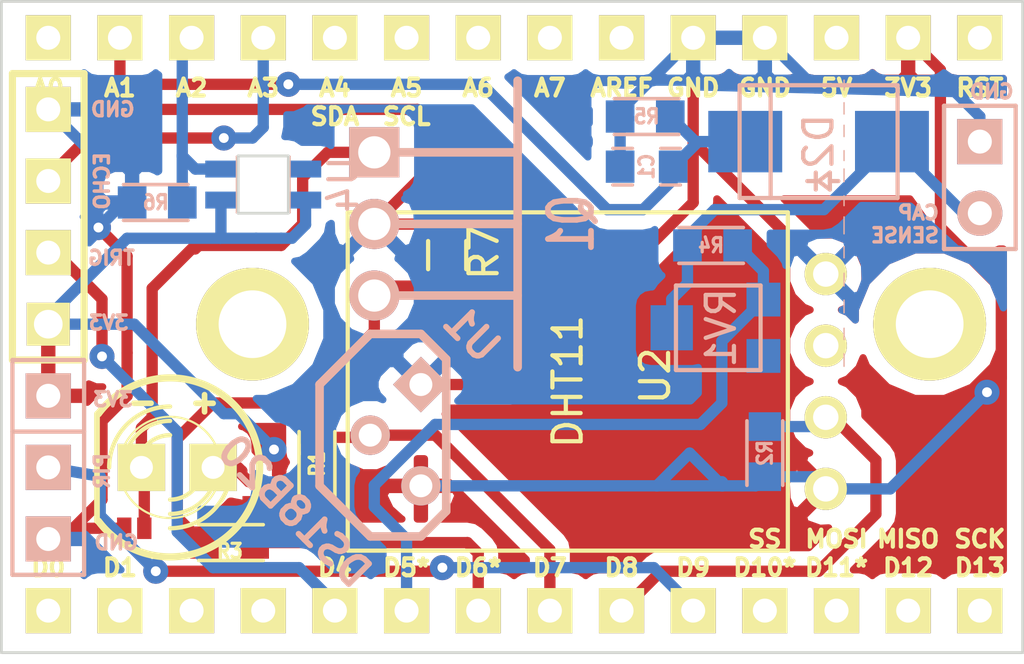
<source format=kicad_pcb>
(kicad_pcb (version 4) (host pcbnew "(2015-04-19 BZR 5611)-product")

  (general
    (links 44)
    (no_connects 0)
    (area 41.849999 58.349999 78.150001 81.550001)
    (thickness 1.6)
    (drawings 19)
    (tracks 209)
    (zones 0)
    (modules 23)
    (nets 35)
  )

  (page A3)
  (layers
    (0 F.Cu signal)
    (31 B.Cu signal)
    (32 B.Adhes user)
    (33 F.Adhes user)
    (34 B.Paste user)
    (35 F.Paste user)
    (36 B.SilkS user)
    (37 F.SilkS user)
    (38 B.Mask user)
    (39 F.Mask user)
    (40 Dwgs.User user)
    (41 Cmts.User user)
    (42 Eco1.User user)
    (43 Eco2.User user)
    (44 Edge.Cuts user)
  )

  (setup
    (last_trace_width 0.4)
    (user_trace_width 6)
    (trace_clearance 0.1524)
    (zone_clearance 0.508)
    (zone_45_only no)
    (trace_min 0.1524)
    (segment_width 0.2)
    (edge_width 0.1)
    (via_size 0.889)
    (via_drill 0.35)
    (via_min_size 0.6)
    (via_min_drill 0.35)
    (uvia_size 0.508)
    (uvia_drill 0.127)
    (uvias_allowed no)
    (uvia_min_size 0.508)
    (uvia_min_drill 0.127)
    (pcb_text_width 0.3)
    (pcb_text_size 1.5 1.5)
    (mod_edge_width 0.05)
    (mod_text_size 1 1)
    (mod_text_width 0.15)
    (pad_size 1.778 1.778)
    (pad_drill 1.143)
    (pad_to_mask_clearance 0)
    (aux_axis_origin 0 0)
    (visible_elements FFFFFF7F)
    (pcbplotparams
      (layerselection 0x00030_80000001)
      (usegerberextensions true)
      (excludeedgelayer true)
      (linewidth 0.150000)
      (plotframeref false)
      (viasonmask false)
      (mode 1)
      (useauxorigin false)
      (hpglpennumber 1)
      (hpglpenspeed 20)
      (hpglpendiameter 15)
      (hpglpenoverlay 2)
      (psnegative false)
      (psa4output false)
      (plotreference true)
      (plotvalue true)
      (plotinvisibletext false)
      (padsonsilk false)
      (subtractmaskfromsilk false)
      (outputformat 1)
      (mirror false)
      (drillshape 1)
      (scaleselection 1)
      (outputdirectory ""))
  )

  (net 0 "")
  (net 1 /BRIGHT)
  (net 2 /CAP_OUT)
  (net 3 /CAP_SENSE)
  (net 4 /CAP_TRIG)
  (net 5 /DHT)
  (net 6 /DIST_ECHO)
  (net 7 /DIST_TRIG)
  (net 8 /DS)
  (net 9 /LED)
  (net 10 /PIR)
  (net 11 3V3)
  (net 12 GND)
  (net 13 "Net-(D1-Pad1)")
  (net 14 "Net-(D1-Pad2)")
  (net 15 "Net-(JP1-Pad1)")
  (net 16 "Net-(RV1-Pad3)")
  (net 17 "Net-(U2-Pad3)")
  (net 18 "Net-(U3-Pad1)")
  (net 19 "Net-(U3-Pad2)")
  (net 20 "Net-(U3-Pad3)")
  (net 21 "Net-(U3-Pad4)")
  (net 22 "Net-(U3-Pad11)")
  (net 23 "Net-(U3-Pad12)")
  (net 24 "Net-(U3-Pad13)")
  (net 25 "Net-(U3-Pad14)")
  (net 26 "Net-(U3-Pad15)")
  (net 27 "Net-(U3-Pad19)")
  (net 28 "Net-(U3-Pad20)")
  (net 29 "Net-(U3-Pad21)")
  (net 30 "Net-(U3-Pad22)")
  (net 31 "Net-(U3-Pad23)")
  (net 32 +5V)
  (net 33 "Net-(U3-Pad28)")
  (net 34 "Net-(U4-Pad4)")

  (net_class Default "This is the default net class."
    (clearance 0.1524)
    (trace_width 0.4)
    (via_dia 0.889)
    (via_drill 0.35)
    (uvia_dia 0.508)
    (uvia_drill 0.127)
    (add_net +5V)
    (add_net /BRIGHT)
    (add_net /CAP_OUT)
    (add_net /CAP_SENSE)
    (add_net /CAP_TRIG)
    (add_net /DHT)
    (add_net /DIST_ECHO)
    (add_net /DIST_TRIG)
    (add_net /DS)
    (add_net /LED)
    (add_net /PIR)
    (add_net 3V3)
    (add_net GND)
    (add_net "Net-(D1-Pad1)")
    (add_net "Net-(D1-Pad2)")
    (add_net "Net-(JP1-Pad1)")
    (add_net "Net-(RV1-Pad3)")
    (add_net "Net-(U2-Pad3)")
    (add_net "Net-(U3-Pad1)")
    (add_net "Net-(U3-Pad11)")
    (add_net "Net-(U3-Pad12)")
    (add_net "Net-(U3-Pad13)")
    (add_net "Net-(U3-Pad14)")
    (add_net "Net-(U3-Pad15)")
    (add_net "Net-(U3-Pad19)")
    (add_net "Net-(U3-Pad2)")
    (add_net "Net-(U3-Pad20)")
    (add_net "Net-(U3-Pad21)")
    (add_net "Net-(U3-Pad22)")
    (add_net "Net-(U3-Pad23)")
    (add_net "Net-(U3-Pad28)")
    (add_net "Net-(U3-Pad3)")
    (add_net "Net-(U3-Pad4)")
    (add_net "Net-(U4-Pad4)")
  )

  (module TO92-INVERT (layer B.Cu) (tedit 443CFFF4) (tstamp 5454C993)
    (at 56.769 73.787 315)
    (descr "Transistor TO92 brochage type BC237")
    (tags "TR TO92")
    (path /5453E505)
    (fp_text reference U1 (at -1.27 -3.81 315) (layer B.SilkS)
      (effects (font (size 1.016 1.016) (thickness 0.2032)) (justify mirror))
    )
    (fp_text value DS18B20 (at -1.27 5.08 315) (layer B.SilkS)
      (effects (font (size 1.016 1.016) (thickness 0.2032)) (justify mirror))
    )
    (fp_line (start -1.27 -2.54) (end 2.54 1.27) (layer B.SilkS) (width 0.3048))
    (fp_line (start 2.54 1.27) (end 2.54 2.54) (layer B.SilkS) (width 0.3048))
    (fp_line (start 2.54 2.54) (end 1.27 3.81) (layer B.SilkS) (width 0.3048))
    (fp_line (start 1.27 3.81) (end -1.27 3.81) (layer B.SilkS) (width 0.3048))
    (fp_line (start -1.27 3.81) (end -3.81 1.27) (layer B.SilkS) (width 0.3048))
    (fp_line (start -3.81 1.27) (end -3.81 -1.27) (layer B.SilkS) (width 0.3048))
    (fp_line (start -3.81 -1.27) (end -2.54 -2.54) (layer B.SilkS) (width 0.3048))
    (fp_line (start -2.54 -2.54) (end -1.27 -2.54) (layer B.SilkS) (width 0.3048))
    (pad 1 thru_hole rect (at -1.27 -1.27 315) (size 1.397 1.397) (drill 0.8128) (layers *.Cu *.Mask B.SilkS)
      (net 12 GND))
    (pad 2 thru_hole circle (at -1.27 1.27 315) (size 1.397 1.397) (drill 0.8128) (layers *.Cu *.Mask B.SilkS)
      (net 8 /DS))
    (pad 3 thru_hole circle (at 1.27 1.27 315) (size 1.397 1.397) (drill 0.8128) (layers *.Cu *.Mask B.SilkS)
      (net 11 3V3))
    (model discret/to98.wrl
      (at (xyz 0 0 0))
      (scale (xyz 1 1 1))
      (rotate (xyz 0 0 0))
    )
  )

  (module PIN_ARRAY_3X1 (layer B.Cu) (tedit 5537E379) (tstamp 5454C9E3)
    (at 43.561 74.93 270)
    (descr "Connecteur 3 pins")
    (tags "CONN DEV")
    (path /5453E551)
    (fp_text reference K1 (at -1.13 -1.839 270) (layer B.SilkS) hide
      (effects (font (size 0.7 0.7) (thickness 0.1524)) (justify mirror))
    )
    (fp_text value PIR (at 0 2.159 270) (layer B.SilkS) hide
      (effects (font (size 1.016 1.016) (thickness 0.1524)) (justify mirror))
    )
    (fp_line (start -3.81 -1.27) (end -3.81 1.27) (layer B.SilkS) (width 0.1524))
    (fp_line (start -3.81 1.27) (end 3.81 1.27) (layer B.SilkS) (width 0.1524))
    (fp_line (start 3.81 1.27) (end 3.81 -1.27) (layer B.SilkS) (width 0.1524))
    (fp_line (start 3.81 -1.27) (end -3.81 -1.27) (layer B.SilkS) (width 0.1524))
    (fp_line (start -1.27 1.27) (end -1.27 -1.27) (layer B.SilkS) (width 0.1524))
    (pad 1 thru_hole rect (at -2.54 0 270) (size 1.6 1.6) (drill 0.85) (layers *.Cu *.Mask B.SilkS)
      (net 11 3V3))
    (pad 2 thru_hole rect (at 0 0 270) (size 1.6 1.6) (drill 0.85) (layers *.Cu *.Mask B.SilkS)
      (net 10 /PIR))
    (pad 3 thru_hole rect (at 2.54 0 270) (size 1.6 1.6) (drill 0.85) (layers *.Cu *.Mask B.SilkS)
      (net 12 GND))
    (model pin_array/pins_array_3x1.wrl
      (at (xyz 0 0 0))
      (scale (xyz 1 1 1))
      (rotate (xyz 0 0 0))
    )
  )

  (module LED-5MM (layer F.Cu) (tedit 5537E2F3) (tstamp 5454C9F2)
    (at 48.133 74.93 180)
    (descr "LED 5mm - Lead pitch 100mil (2,54mm)")
    (tags "LED led 5mm 5MM 100mil 2,54mm")
    (path /5453E538)
    (fp_text reference D1 (at 0 -3.81 180) (layer F.SilkS) hide
      (effects (font (size 0.762 0.762) (thickness 0.0889)))
    )
    (fp_text value LED (at 0 3.81 180) (layer F.SilkS) hide
      (effects (font (size 0.762 0.762) (thickness 0.0889)))
    )
    (fp_line (start 2.8448 1.905) (end 2.8448 -1.905) (layer F.SilkS) (width 0.2032))
    (fp_circle (center 0.254 0) (end -1.016 1.27) (layer F.SilkS) (width 0.0762))
    (fp_arc (start 0.254 0) (end 2.794 1.905) (angle 286.2) (layer F.SilkS) (width 0.254))
    (fp_arc (start 0.254 0) (end -0.889 0) (angle 90) (layer F.SilkS) (width 0.1524))
    (fp_arc (start 0.254 0) (end 1.397 0) (angle 90) (layer F.SilkS) (width 0.1524))
    (fp_arc (start 0.254 0) (end -1.397 0) (angle 90) (layer F.SilkS) (width 0.1524))
    (fp_arc (start 0.254 0) (end 1.905 0) (angle 90) (layer F.SilkS) (width 0.1524))
    (fp_arc (start 0.254 0) (end -1.905 0) (angle 90) (layer F.SilkS) (width 0.1524))
    (fp_arc (start 0.254 0) (end 2.413 0) (angle 90) (layer F.SilkS) (width 0.1524))
    (pad 1 thru_hole rect (at -1.27 0 180) (size 1.6764 1.6764) (drill 0.8128) (layers *.Cu *.Mask F.SilkS)
      (net 13 "Net-(D1-Pad1)"))
    (pad 2 thru_hole rect (at 1.27 0 180) (size 1.6764 1.6764) (drill 0.8128) (layers *.Cu *.Mask F.SilkS)
      (net 14 "Net-(D1-Pad2)"))
    (model discret/leds/led5_vertical_verde.wrl
      (at (xyz 0 0 0))
      (scale (xyz 1 1 1))
      (rotate (xyz 0 0 0))
    )
  )

  (module DHT11_FLAT (layer F.Cu) (tedit 5453AB36) (tstamp 5455242A)
    (at 61.976 71.882 90)
    (path /5453E4E7)
    (fp_text reference U2 (at 0.2 3.1 90) (layer F.SilkS)
      (effects (font (size 1 1) (thickness 0.15)))
    )
    (fp_text value DHT11 (at 0 0 90) (layer F.SilkS)
      (effects (font (size 1 1) (thickness 0.15)))
    )
    (fp_line (start 6 -7.8) (end 6 7.8) (layer F.SilkS) (width 0.15))
    (fp_line (start -6 -7.8) (end -6 7.8) (layer F.SilkS) (width 0.15))
    (fp_line (start -6 -7.8) (end 6 -7.8) (layer F.SilkS) (width 0.15))
    (fp_line (start 6 7.8) (end -6 7.8) (layer F.SilkS) (width 0.15))
    (pad 1 thru_hole circle (at -3.81 9.144 90) (size 1.5 1.5) (drill 0.9) (layers *.Cu *.Mask F.SilkS)
      (net 11 3V3))
    (pad 2 thru_hole circle (at -1.27 9.144 90) (size 1.5 1.5) (drill 0.9) (layers *.Cu *.Mask F.SilkS)
      (net 5 /DHT))
    (pad 3 thru_hole circle (at 1.27 9.144 90) (size 1.5 1.5) (drill 0.9) (layers *.Cu *.Mask F.SilkS)
      (net 17 "Net-(U2-Pad3)"))
    (pad 4 thru_hole circle (at 3.81 9.144 90) (size 1.5 1.5) (drill 0.9) (layers *.Cu *.Mask F.SilkS)
      (net 12 GND))
  )

  (module 3305_POT (layer B.Cu) (tedit 5537E34C) (tstamp 545D176D)
    (at 67.31 69.977 270)
    (path /545D15F2)
    (fp_text reference RV1 (at 0 -0.1 270) (layer B.SilkS)
      (effects (font (size 1 1) (thickness 0.15)) (justify mirror))
    )
    (fp_text value 20k (at 0 -3.3 270) (layer B.SilkS) hide
      (effects (font (size 1 1) (thickness 0.15)) (justify mirror))
    )
    (fp_line (start -1.5 1.5) (end 1.5 1.5) (layer B.SilkS) (width 0.15))
    (fp_line (start 1.5 1.5) (end 1.5 -1.5) (layer B.SilkS) (width 0.15))
    (fp_line (start 1.5 -1.5) (end -1.5 -1.5) (layer B.SilkS) (width 0.15))
    (fp_line (start -1.5 -1.5) (end -1.5 1.5) (layer B.SilkS) (width 0.15))
    (pad 1 smd rect (at -1 -1.6 270) (size 1.2 1.2) (layers B.Cu B.Paste B.Mask)
      (net 4 /CAP_TRIG))
    (pad 2 smd rect (at 0 1.65 270) (size 1.6 1.5) (layers B.Cu B.Paste B.Mask)
      (net 3 /CAP_SENSE))
    (pad 3 smd rect (at 1 -1.6 270) (size 1.2 1.2) (layers B.Cu B.Paste B.Mask)
      (net 16 "Net-(RV1-Pad3)"))
  )

  (module DIODE_SMB (layer B.Cu) (tedit 545D2727) (tstamp 5457A9AD)
    (at 70.866 63.373 180)
    (path /54565051)
    (fp_text reference D2 (at 0 0 450) (layer B.SilkS)
      (effects (font (size 1 1) (thickness 0.15)) (justify mirror))
    )
    (fp_text value STPS2L40U (at -5.2 -0.1 450) (layer B.SilkS) hide
      (effects (font (size 1 1) (thickness 0.15)) (justify mirror))
    )
    (fp_line (start -0.4 -1.4) (end -0.7 -1.4) (layer B.SilkS) (width 0.15))
    (fp_line (start 0.1 -1.4) (end 0.4 -1.4) (layer B.SilkS) (width 0.15))
    (fp_line (start 0.1 -1.1) (end 0.1 -1.7) (layer B.SilkS) (width 0.15))
    (fp_line (start -0.4 -1.1) (end -0.4 -1.7) (layer B.SilkS) (width 0.15))
    (fp_line (start -0.4 -1.7) (end 0 -1.4) (layer B.SilkS) (width 0.15))
    (fp_line (start 0 -1.4) (end -0.4 -1.1) (layer B.SilkS) (width 0.15))
    (fp_line (start 1.7 2) (end 1.7 -2) (layer B.SilkS) (width 0.15))
    (fp_line (start -2.8 -2) (end 2.8 -2) (layer B.SilkS) (width 0.15))
    (fp_line (start 2.8 -2) (end 2.8 2) (layer B.SilkS) (width 0.15))
    (fp_line (start 2.8 2) (end -2.8 2) (layer B.SilkS) (width 0.15))
    (fp_line (start -2.8 2) (end -2.8 -2) (layer B.SilkS) (width 0.15))
    (pad 1 smd rect (at -2.6 0 180) (size 2.62 2.18) (layers B.Cu B.Paste B.Mask)
      (net 3 /CAP_SENSE))
    (pad 2 smd rect (at 2.6 0 180) (size 2.62 2.18) (layers B.Cu B.Paste B.Mask)
      (net 2 /CAP_OUT))
  )

  (module PIN_ARRAY_2X1 (layer B.Cu) (tedit 5537E385) (tstamp 545D2806)
    (at 76.581 64.643 90)
    (descr "Connecteurs 2 pins")
    (tags "CONN DEV")
    (path /545D2BDC)
    (fp_text reference K2 (at -3.357 0.819 90) (layer B.SilkS) hide
      (effects (font (size 0.762 0.762) (thickness 0.1524)) (justify mirror))
    )
    (fp_text value SOIL (at 0 1.905 90) (layer B.SilkS) hide
      (effects (font (size 0.762 0.762) (thickness 0.1524)) (justify mirror))
    )
    (fp_line (start -2.54 -1.27) (end -2.54 1.27) (layer B.SilkS) (width 0.1524))
    (fp_line (start -2.54 1.27) (end 2.54 1.27) (layer B.SilkS) (width 0.1524))
    (fp_line (start 2.54 1.27) (end 2.54 -1.27) (layer B.SilkS) (width 0.1524))
    (fp_line (start 2.54 -1.27) (end -2.54 -1.27) (layer B.SilkS) (width 0.1524))
    (pad 1 thru_hole circle (at -1.27 0 90) (size 1.6 1.6) (drill 0.85) (layers *.Cu *.Mask B.SilkS)
      (net 3 /CAP_SENSE))
    (pad 2 thru_hole rect (at 1.27 0 90) (size 1.6 1.6) (drill 0.85) (layers *.Cu *.Mask B.SilkS)
      (net 12 GND))
    (model pin_array/pins_array_2x1.wrl
      (at (xyz 0 0 0))
      (scale (xyz 1 1 1))
      (rotate (xyz 0 0 0))
    )
  )

  (module 1pin_only (layer F.Cu) (tedit 54856861) (tstamp 54E9C7E5)
    (at 74.803 69.85)
    (descr "module 1 pin (ou trou mecanique de percage)")
    (tags DEV)
    (path 1pin)
    (fp_text reference 1PIN (at 0 -3.048) (layer F.SilkS) hide
      (effects (font (size 1.016 1.016) (thickness 0.254)))
    )
    (fp_text value P*** (at 0 2.794) (layer F.SilkS) hide
      (effects (font (size 1.016 1.016) (thickness 0.254)))
    )
    (pad "" thru_hole circle (at 0 0) (size 4 4) (drill 2.4) (layers *.Cu *.Mask F.SilkS))
  )

  (module 1pin_only (layer F.Cu) (tedit 54856861) (tstamp 54E9C802)
    (at 50.8 69.85)
    (descr "module 1 pin (ou trou mecanique de percage)")
    (tags DEV)
    (path 1pin)
    (fp_text reference 1PIN (at 0 -3.048) (layer F.SilkS) hide
      (effects (font (size 1.016 1.016) (thickness 0.254)))
    )
    (fp_text value P*** (at 0 2.794) (layer F.SilkS) hide
      (effects (font (size 1.016 1.016) (thickness 0.254)))
    )
    (pad "" thru_hole circle (at 0 0) (size 4 4) (drill 2.4) (layers *.Cu *.Mask F.SilkS))
  )

  (module SM0603_Hand (layer B.Cu) (tedit 5488A79C) (tstamp 54E9C22C)
    (at 47.371 65.532)
    (path /54E9BF9B)
    (attr smd)
    (fp_text reference R6 (at 0 0) (layer B.SilkS)
      (effects (font (size 0.508 0.4572) (thickness 0.1143)) (justify mirror))
    )
    (fp_text value 5k (at 0 1) (layer B.SilkS) hide
      (effects (font (size 0.508 0.4572) (thickness 0.1143)) (justify mirror))
    )
    (fp_line (start -1.143 0.635) (end 1.143 0.635) (layer B.SilkS) (width 0.127))
    (fp_line (start 1.143 -0.635) (end -1.143 -0.635) (layer B.SilkS) (width 0.127))
    (pad 1 smd rect (at -0.8382 0) (size 1.016 1.143) (layers B.Cu B.Paste B.Mask)
      (net 12 GND))
    (pad 2 smd rect (at 0.9398 0) (size 1.016 1.143) (layers B.Cu B.Paste B.Mask)
      (net 1 /BRIGHT))
    (model smd\resistors\R0603.wrl
      (at (xyz 0 0 0.001))
      (scale (xyz 0.5 0.5 0.5))
      (rotate (xyz 0 0 0))
    )
  )

  (module SM0603_Hand (layer B.Cu) (tedit 5488A79C) (tstamp 5455231C)
    (at 68.961 74.422 90)
    (path /5454FD70)
    (attr smd)
    (fp_text reference R2 (at 0 0 90) (layer B.SilkS)
      (effects (font (size 0.508 0.4572) (thickness 0.1143)) (justify mirror))
    )
    (fp_text value 4.7k (at 0 1 90) (layer B.SilkS) hide
      (effects (font (size 0.508 0.4572) (thickness 0.1143)) (justify mirror))
    )
    (fp_line (start -1.143 0.635) (end 1.143 0.635) (layer B.SilkS) (width 0.127))
    (fp_line (start 1.143 -0.635) (end -1.143 -0.635) (layer B.SilkS) (width 0.127))
    (pad 1 smd rect (at -0.8382 0 90) (size 1.016 1.143) (layers B.Cu B.Paste B.Mask)
      (net 11 3V3))
    (pad 2 smd rect (at 0.9398 0 90) (size 1.016 1.143) (layers B.Cu B.Paste B.Mask)
      (net 5 /DHT))
    (model smd\resistors\R0603.wrl
      (at (xyz 0 0 0.001))
      (scale (xyz 0.5 0.5 0.5))
      (rotate (xyz 0 0 0))
    )
  )

  (module SM0603_Hand (layer F.Cu) (tedit 5488A79C) (tstamp 54552326)
    (at 53.086 74.803 90)
    (path /5454FE1B)
    (attr smd)
    (fp_text reference R1 (at 0 0 90) (layer F.SilkS)
      (effects (font (size 0.508 0.4572) (thickness 0.1143)))
    )
    (fp_text value 4.7k (at 0 -1 90) (layer F.SilkS) hide
      (effects (font (size 0.508 0.4572) (thickness 0.1143)))
    )
    (fp_line (start -1.143 -0.635) (end 1.143 -0.635) (layer F.SilkS) (width 0.127))
    (fp_line (start 1.143 0.635) (end -1.143 0.635) (layer F.SilkS) (width 0.127))
    (pad 1 smd rect (at -0.8382 0 90) (size 1.016 1.143) (layers F.Cu F.Paste F.Mask)
      (net 11 3V3))
    (pad 2 smd rect (at 0.9398 0 90) (size 1.016 1.143) (layers F.Cu F.Paste F.Mask)
      (net 8 /DS))
    (model smd\resistors\R0603.wrl
      (at (xyz 0 0 0.001))
      (scale (xyz 0.5 0.5 0.5))
      (rotate (xyz 0 0 0))
    )
  )

  (module SM0603_Hand (layer F.Cu) (tedit 5537E2E3) (tstamp 54552330)
    (at 50.038 77.597 180)
    (path /5454FF48)
    (attr smd)
    (fp_text reference R3 (at 0.038 -0.303 180) (layer F.SilkS)
      (effects (font (size 0.508 0.4572) (thickness 0.1143)))
    )
    (fp_text value 100 (at 0 -1 180) (layer F.SilkS) hide
      (effects (font (size 0.508 0.4572) (thickness 0.1143)))
    )
    (fp_line (start -1.143 -0.635) (end 1.143 -0.635) (layer F.SilkS) (width 0.127))
    (fp_line (start 1.143 0.635) (end -1.143 0.635) (layer F.SilkS) (width 0.127))
    (pad 1 smd rect (at -0.8382 0 180) (size 1.016 1.143) (layers F.Cu F.Paste F.Mask)
      (net 9 /LED))
    (pad 2 smd rect (at 0.9398 0 180) (size 1.016 1.143) (layers F.Cu F.Paste F.Mask)
      (net 15 "Net-(JP1-Pad1)"))
    (model smd\resistors\R0603.wrl
      (at (xyz 0 0 0.001))
      (scale (xyz 0.5 0.5 0.5))
      (rotate (xyz 0 0 0))
    )
  )

  (module SM0603_C_Hand (layer B.Cu) (tedit 5488A552) (tstamp 5457A7D6)
    (at 64.77 64.262 180)
    (path /545650C0)
    (attr smd)
    (fp_text reference C1 (at 0 0 450) (layer B.SilkS)
      (effects (font (size 0.508 0.4572) (thickness 0.1143)) (justify mirror))
    )
    (fp_text value 1u (at -1.651 0 450) (layer B.SilkS) hide
      (effects (font (size 0.508 0.4572) (thickness 0.1143)) (justify mirror))
    )
    (fp_line (start 0.50038 -0.65024) (end 1.19888 -0.65024) (layer B.SilkS) (width 0.11938))
    (fp_line (start -0.50038 -0.65024) (end -1.19888 -0.65024) (layer B.SilkS) (width 0.11938))
    (fp_line (start 0.50038 0.65024) (end 1.19888 0.65024) (layer B.SilkS) (width 0.11938))
    (fp_line (start -1.19888 0.65024) (end -0.50038 0.65024) (layer B.SilkS) (width 0.11938))
    (pad 1 smd rect (at -0.9398 0 180) (size 1.016 1.143) (layers B.Cu B.Paste B.Mask)
      (net 2 /CAP_OUT))
    (pad 2 smd rect (at 0.9398 0 180) (size 1.016 1.143) (layers B.Cu B.Paste B.Mask)
      (net 12 GND))
    (model smd\capacitors\C0603.wrl
      (at (xyz 0 0 0.001))
      (scale (xyz 0.5 0.5 0.5))
      (rotate (xyz 0 0 0))
    )
  )

  (module SM0603_Hand (layer B.Cu) (tedit 550C2335) (tstamp 5457A7E0)
    (at 67.056 67.056)
    (path /54565014)
    (attr smd)
    (fp_text reference R4 (at 0 0) (layer B.SilkS)
      (effects (font (size 0.508 0.4572) (thickness 0.1143)) (justify mirror))
    )
    (fp_text value 10k (at 0 1) (layer B.SilkS) hide
      (effects (font (size 0.508 0.4572) (thickness 0.1143)) (justify mirror))
    )
    (fp_line (start -1.143 0.635) (end 1.143 0.635) (layer B.SilkS) (width 0.127))
    (fp_line (start 1.143 -0.635) (end -1.143 -0.635) (layer B.SilkS) (width 0.127))
    (pad 1 smd rect (at -0.8382 0) (size 1.016 1.143) (layers B.Cu B.Paste B.Mask)
      (net 3 /CAP_SENSE))
    (pad 2 smd rect (at 0.9398 0) (size 1.016 1.143) (layers B.Cu B.Paste B.Mask)
      (net 4 /CAP_TRIG))
    (model smd\resistors\R0603.wrl
      (at (xyz 0 0 0.001))
      (scale (xyz 0.5 0.5 0.5))
      (rotate (xyz 0 0 0))
    )
  )

  (module SM0603_Hand (layer B.Cu) (tedit 5488A79C) (tstamp 5457A7EA)
    (at 64.77 62.484 180)
    (path /545650E1)
    (attr smd)
    (fp_text reference R5 (at 0 0 180) (layer B.SilkS)
      (effects (font (size 0.508 0.4572) (thickness 0.1143)) (justify mirror))
    )
    (fp_text value 510k (at 0 1 180) (layer B.SilkS) hide
      (effects (font (size 0.508 0.4572) (thickness 0.1143)) (justify mirror))
    )
    (fp_line (start -1.143 0.635) (end 1.143 0.635) (layer B.SilkS) (width 0.127))
    (fp_line (start 1.143 -0.635) (end -1.143 -0.635) (layer B.SilkS) (width 0.127))
    (pad 1 smd rect (at -0.8382 0 180) (size 1.016 1.143) (layers B.Cu B.Paste B.Mask)
      (net 2 /CAP_OUT))
    (pad 2 smd rect (at 0.9398 0 180) (size 1.016 1.143) (layers B.Cu B.Paste B.Mask)
      (net 12 GND))
    (model smd\resistors\R0603.wrl
      (at (xyz 0 0 0.001))
      (scale (xyz 0.5 0.5 0.5))
      (rotate (xyz 0 0 0))
    )
  )

  (module APDS-9006-020 (layer B.Cu) (tedit 54E9C517) (tstamp 54E9C258)
    (at 51.181 64.897 270)
    (path /54E9BE88)
    (fp_text reference U4 (at 0 -2.85 270) (layer B.SilkS)
      (effects (font (size 1 1) (thickness 0.15)) (justify mirror))
    )
    (fp_text value APDS-9006-020 (at 0.05 2.6 270) (layer B.SilkS) hide
      (effects (font (size 1 1) (thickness 0.15)) (justify mirror))
    )
    (fp_line (start -1 0.95) (end 1 0.95) (layer B.SilkS) (width 0.05))
    (fp_line (start 1 0.95) (end 1 -0.95) (layer B.SilkS) (width 0.05))
    (fp_line (start 1 -0.95) (end -1 -0.95) (layer B.SilkS) (width 0.05))
    (fp_line (start -1 -0.95) (end -1 0.95) (layer B.SilkS) (width 0.05))
    (pad 4 smd rect (at -0.55 -1.5 270) (size 0.6 1.11) (layers B.Cu B.Paste B.Mask)
      (net 34 "Net-(U4-Pad4)"))
    (pad 1 smd rect (at -0.55 1.5 270) (size 0.6 1.11) (layers B.Cu B.Paste B.Mask)
      (net 1 /BRIGHT))
    (pad 3 smd rect (at 0.55 -1.5 270) (size 0.6 1.11) (layers B.Cu B.Paste B.Mask)
      (net 11 3V3))
    (pad 2 smd rect (at 0.55 1.5 270) (size 0.6 1.11) (layers B.Cu B.Paste B.Mask)
      (net 11 3V3))
  )

  (module TINY328_CONN (layer F.Cu) (tedit 5537E2DA) (tstamp 5454C9D7)
    (at 60.071 69.85)
    (path /5454C609)
    (fp_text reference U3 (at 0 -2.54) (layer F.SilkS) hide
      (effects (font (size 1 1) (thickness 0.15)))
    )
    (fp_text value TINY328 (at 0 0) (layer F.SilkS) hide
      (effects (font (size 1 1) (thickness 0.15)))
    )
    (fp_text user SCL (at -3.81 -7.366) (layer F.SilkS)
      (effects (font (size 0.6 0.6) (thickness 0.15)))
    )
    (fp_text user SDA (at -6.35 -7.366) (layer F.SilkS)
      (effects (font (size 0.6 0.6) (thickness 0.15)))
    )
    (fp_text user INT1 (at -8.89 7.62) (layer F.SilkS) hide
      (effects (font (size 0.6 0.6) (thickness 0.15)))
    )
    (fp_text user INT0 (at -11.43 7.62) (layer F.SilkS) hide
      (effects (font (size 0.6 0.6) (thickness 0.15)))
    )
    (fp_text user SCK (at 16.51 7.62) (layer F.SilkS)
      (effects (font (size 0.6 0.6) (thickness 0.15)))
    )
    (fp_text user MISO (at 13.97 7.62) (layer F.SilkS)
      (effects (font (size 0.6 0.6) (thickness 0.15)))
    )
    (fp_text user MOSI (at 11.43 7.62) (layer F.SilkS)
      (effects (font (size 0.6 0.6) (thickness 0.15)))
    )
    (fp_text user SS (at 8.89 7.62) (layer F.SilkS)
      (effects (font (size 0.6 0.6) (thickness 0.15)))
    )
    (fp_text user RST (at 16.51 -8.382) (layer F.SilkS)
      (effects (font (size 0.6 0.6) (thickness 0.15)))
    )
    (fp_text user 3V3 (at 13.97 -8.382) (layer F.SilkS)
      (effects (font (size 0.6 0.6) (thickness 0.15)))
    )
    (fp_text user 5V (at 11.43 -8.382) (layer F.SilkS)
      (effects (font (size 0.6 0.6) (thickness 0.15)))
    )
    (fp_text user GND (at 8.89 -8.382) (layer F.SilkS)
      (effects (font (size 0.6 0.6) (thickness 0.15)))
    )
    (fp_text user GND (at 6.35 -8.382) (layer F.SilkS)
      (effects (font (size 0.6 0.6) (thickness 0.15)))
    )
    (fp_text user AREF (at 3.81 -8.382) (layer F.SilkS)
      (effects (font (size 0.6 0.6) (thickness 0.15)))
    )
    (fp_text user A7 (at 1.27 -8.382) (layer F.SilkS)
      (effects (font (size 0.6 0.6) (thickness 0.15)))
    )
    (fp_text user A6 (at -1.27 -8.382) (layer F.SilkS)
      (effects (font (size 0.6 0.6) (thickness 0.15)))
    )
    (fp_text user A5 (at -3.81 -8.382) (layer F.SilkS)
      (effects (font (size 0.6 0.6) (thickness 0.15)))
    )
    (fp_text user A4 (at -6.35 -8.382) (layer F.SilkS)
      (effects (font (size 0.6 0.6) (thickness 0.15)))
    )
    (fp_text user A3 (at -8.89 -8.382) (layer F.SilkS)
      (effects (font (size 0.6 0.6) (thickness 0.15)))
    )
    (fp_text user A2 (at -11.43 -8.382) (layer F.SilkS)
      (effects (font (size 0.6 0.6) (thickness 0.15)))
    )
    (fp_text user A1 (at -13.97 -8.382) (layer F.SilkS)
      (effects (font (size 0.6 0.6) (thickness 0.15)))
    )
    (fp_text user A0 (at -16.51 -8.382) (layer F.SilkS)
      (effects (font (size 0.6 0.6) (thickness 0.15)))
    )
    (fp_text user D13 (at 16.51 8.636) (layer F.SilkS)
      (effects (font (size 0.6 0.6) (thickness 0.15)))
    )
    (fp_text user D12 (at 13.97 8.636) (layer F.SilkS)
      (effects (font (size 0.6 0.6) (thickness 0.15)))
    )
    (fp_text user D11* (at 11.43 8.636) (layer F.SilkS)
      (effects (font (size 0.6 0.6) (thickness 0.15)))
    )
    (fp_text user D10* (at 8.89 8.636) (layer F.SilkS)
      (effects (font (size 0.6 0.6) (thickness 0.15)))
    )
    (fp_text user D9 (at 6.35 8.636) (layer F.SilkS)
      (effects (font (size 0.6 0.6) (thickness 0.15)))
    )
    (fp_text user D8 (at 3.81 8.636) (layer F.SilkS)
      (effects (font (size 0.6 0.6) (thickness 0.15)))
    )
    (fp_text user D7 (at 1.27 8.636) (layer F.SilkS)
      (effects (font (size 0.6 0.6) (thickness 0.15)))
    )
    (fp_text user D6* (at -1.27 8.636) (layer F.SilkS)
      (effects (font (size 0.6 0.6) (thickness 0.15)))
    )
    (fp_text user D5* (at -3.81 8.636) (layer F.SilkS)
      (effects (font (size 0.6 0.6) (thickness 0.15)))
    )
    (fp_text user D4 (at -6.35 8.636) (layer F.SilkS)
      (effects (font (size 0.6 0.6) (thickness 0.15)))
    )
    (fp_text user D3* (at -8.89 8.636) (layer F.SilkS) hide
      (effects (font (size 0.6 0.6) (thickness 0.15)))
    )
    (fp_text user D2 (at -11.43 8.636) (layer F.SilkS) hide
      (effects (font (size 0.6 0.6) (thickness 0.15)))
    )
    (fp_text user D1 (at -13.97 8.636) (layer F.SilkS)
      (effects (font (size 0.6 0.6) (thickness 0.15)))
    )
    (fp_text user D0 (at -16.51 8.636) (layer F.SilkS)
      (effects (font (size 0.6 0.6) (thickness 0.15)))
    )
    (pad 1 thru_hole rect (at -16.51 10.16) (size 1.6 1.6) (drill 0.85) (layers *.Cu *.Mask F.SilkS)
      (net 18 "Net-(U3-Pad1)"))
    (pad 2 thru_hole rect (at -13.97 10.16) (size 1.6 1.6) (drill 0.85) (layers *.Cu *.Mask F.SilkS)
      (net 19 "Net-(U3-Pad2)"))
    (pad 3 thru_hole rect (at -11.43 10.16) (size 1.6 1.6) (drill 0.85) (layers *.Cu *.Mask F.SilkS)
      (net 20 "Net-(U3-Pad3)"))
    (pad 4 thru_hole rect (at -8.89 10.16) (size 1.6 1.6) (drill 0.85) (layers *.Cu *.Mask F.SilkS)
      (net 21 "Net-(U3-Pad4)"))
    (pad 5 thru_hole rect (at -6.35 10.16) (size 1.6 1.6) (drill 0.85) (layers *.Cu *.Mask F.SilkS)
      (net 7 /DIST_TRIG))
    (pad 6 thru_hole rect (at -3.81 10.16) (size 1.6 1.6) (drill 0.85) (layers *.Cu *.Mask F.SilkS)
      (net 4 /CAP_TRIG))
    (pad 7 thru_hole rect (at -1.27 10.16) (size 1.6 1.6) (drill 0.85) (layers *.Cu *.Mask F.SilkS)
      (net 9 /LED))
    (pad 8 thru_hole rect (at 1.27 10.16) (size 1.6 1.6) (drill 0.85) (layers *.Cu *.Mask F.SilkS)
      (net 8 /DS))
    (pad 9 thru_hole rect (at 3.81 10.16) (size 1.6 1.6) (drill 0.85) (layers *.Cu *.Mask F.SilkS)
      (net 5 /DHT))
    (pad 10 thru_hole rect (at 6.35 10.16) (size 1.6 1.6) (drill 0.85) (layers *.Cu *.Mask F.SilkS)
      (net 10 /PIR))
    (pad 11 thru_hole rect (at 8.89 10.16) (size 1.6 1.6) (drill 0.85) (layers *.Cu *.Mask F.SilkS)
      (net 22 "Net-(U3-Pad11)"))
    (pad 12 thru_hole rect (at 11.43 10.16) (size 1.6 1.6) (drill 0.85) (layers *.Cu *.Mask F.SilkS)
      (net 23 "Net-(U3-Pad12)"))
    (pad 13 thru_hole rect (at 13.97 10.16) (size 1.6 1.6) (drill 0.85) (layers *.Cu *.Mask F.SilkS)
      (net 24 "Net-(U3-Pad13)"))
    (pad 14 thru_hole rect (at 16.51 10.16) (size 1.6 1.6) (drill 0.85) (layers *.Cu *.Mask F.SilkS)
      (net 25 "Net-(U3-Pad14)"))
    (pad 15 thru_hole rect (at -16.51 -10.16) (size 1.6 1.6) (drill 0.85) (layers *.Cu *.Mask F.SilkS)
      (net 26 "Net-(U3-Pad15)"))
    (pad 16 thru_hole rect (at -13.97 -10.16) (size 1.6 1.6) (drill 0.85) (layers *.Cu *.Mask F.SilkS)
      (net 2 /CAP_OUT))
    (pad 17 thru_hole rect (at -11.43 -10.16) (size 1.6 1.6) (drill 0.85) (layers *.Cu *.Mask F.SilkS)
      (net 1 /BRIGHT))
    (pad 18 thru_hole rect (at -8.89 -10.16) (size 1.6 1.6) (drill 0.85) (layers *.Cu *.Mask F.SilkS)
      (net 6 /DIST_ECHO))
    (pad 19 thru_hole rect (at -6.35 -10.16) (size 1.6 1.6) (drill 0.85) (layers *.Cu *.Mask F.SilkS)
      (net 27 "Net-(U3-Pad19)"))
    (pad 20 thru_hole rect (at -3.81 -10.16) (size 1.6 1.6) (drill 0.85) (layers *.Cu *.Mask F.SilkS)
      (net 28 "Net-(U3-Pad20)"))
    (pad 21 thru_hole rect (at -1.27 -10.16) (size 1.6 1.6) (drill 0.85) (layers *.Cu *.Mask F.SilkS)
      (net 29 "Net-(U3-Pad21)"))
    (pad 22 thru_hole rect (at 1.27 -10.16) (size 1.6 1.6) (drill 0.85) (layers *.Cu *.Mask F.SilkS)
      (net 30 "Net-(U3-Pad22)"))
    (pad 23 thru_hole rect (at 3.81 -10.16) (size 1.6 1.6) (drill 0.85) (layers *.Cu *.Mask F.SilkS)
      (net 31 "Net-(U3-Pad23)"))
    (pad 24 thru_hole rect (at 6.35 -10.16) (size 1.6 1.6) (drill 0.85) (layers *.Cu *.Mask F.SilkS)
      (net 12 GND))
    (pad 25 thru_hole rect (at 8.89 -10.16) (size 1.6 1.6) (drill 0.85) (layers *.Cu *.Mask F.SilkS)
      (net 12 GND))
    (pad 26 thru_hole rect (at 11.43 -10.16) (size 1.6 1.6) (drill 0.85) (layers *.Cu *.Mask F.SilkS)
      (net 32 +5V))
    (pad 27 thru_hole rect (at 13.97 -10.16) (size 1.6 1.6) (drill 0.85) (layers *.Cu *.Mask F.SilkS)
      (net 11 3V3))
    (pad 28 thru_hole rect (at 16.51 -10.16) (size 1.6 1.6) (drill 0.85) (layers *.Cu *.Mask F.SilkS)
      (net 33 "Net-(U3-Pad28)"))
  )

  (module PIN_ARRAY_4x1 (layer F.Cu) (tedit 550C2656) (tstamp 550C3E58)
    (at 43.561 66.04 90)
    (descr "Double rangee de contacts 2 x 5 pins")
    (tags CONN)
    (path /550C1E9C)
    (fp_text reference K3 (at 0 -2.54 90) (layer F.SilkS) hide
      (effects (font (size 1.016 1.016) (thickness 0.2032)))
    )
    (fp_text value DIST (at 0 2.54 90) (layer F.SilkS) hide
      (effects (font (size 1.016 1.016) (thickness 0.2032)))
    )
    (fp_line (start 5.08 1.27) (end -5.08 1.27) (layer F.SilkS) (width 0.254))
    (fp_line (start 5.08 -1.27) (end -5.08 -1.27) (layer F.SilkS) (width 0.254))
    (fp_line (start -5.08 -1.27) (end -5.08 1.27) (layer F.SilkS) (width 0.254))
    (fp_line (start 5.08 1.27) (end 5.08 -1.27) (layer F.SilkS) (width 0.254))
    (pad 1 thru_hole rect (at -3.81 0 90) (size 1.524 1.524) (drill 1.016) (layers *.Cu *.Mask F.SilkS)
      (net 11 3V3))
    (pad 2 thru_hole rect (at -1.27 0 90) (size 1.6 1.6) (drill 0.85) (layers *.Cu *.Mask F.SilkS)
      (net 7 /DIST_TRIG))
    (pad 3 thru_hole rect (at 1.27 0 90) (size 1.6 1.6) (drill 0.85) (layers *.Cu *.Mask F.SilkS)
      (net 6 /DIST_ECHO))
    (pad 4 thru_hole rect (at 3.81 0 90) (size 1.6 1.6) (drill 0.85) (layers *.Cu *.Mask F.SilkS)
      (net 12 GND))
    (model pin_array\pins_array_4x1.wrl
      (at (xyz 0 0 0))
      (scale (xyz 1 1 1))
      (rotate (xyz 0 0 0))
    )
  )

  (module S_JUMPER_2 (layer F.Cu) (tedit 5537E28E) (tstamp 550D6E15)
    (at 51.054 76.327)
    (path /550C39D8)
    (fp_text reference JP1 (at 0 -1.2) (layer F.SilkS) hide
      (effects (font (size 0.762 0.762) (thickness 0.127)))
    )
    (fp_text value LED_DIRECT (at 0 1.2) (layer F.SilkS) hide
      (effects (font (size 0.762 0.762) (thickness 0.127)))
    )
    (pad 1 smd rect (at -0.3556 0) (size 0.508 0.762) (layers F.Cu F.Paste F.Mask)
      (net 15 "Net-(JP1-Pad1)") (clearance 0.2032))
    (pad 2 smd rect (at 0.3556 0) (size 0.508 0.762) (layers F.Cu F.Paste F.Mask)
      (net 13 "Net-(D1-Pad1)") (clearance 0.2032))
  )

  (module S_JUMPER_2 (layer F.Cu) (tedit 5537E2BB) (tstamp 550D6E1B)
    (at 46.609 77.089 180)
    (path /550C3E00)
    (fp_text reference JP2 (at 1.409 -0.911 180) (layer F.SilkS) hide
      (effects (font (size 0.762 0.762) (thickness 0.127)))
    )
    (fp_text value LED_DIRECT (at -0.191 -5.411 180) (layer F.SilkS) hide
      (effects (font (size 0.762 0.762) (thickness 0.127)))
    )
    (pad 1 smd rect (at -0.3556 0 180) (size 0.508 0.762) (layers F.Cu F.Paste F.Mask)
      (net 14 "Net-(D1-Pad2)") (clearance 0.2032))
    (pad 2 smd rect (at 0.3556 0 180) (size 0.508 0.762) (layers F.Cu F.Paste F.Mask)
      (net 12 GND) (clearance 0.2032))
  )

  (module TO220_MINI2 (layer B.Cu) (tedit 5537E340) (tstamp 550D6E0F)
    (at 55.118 66.294)
    (descr "Transistor VMOS Irf530, TO220")
    (tags "TR TO220 DEV")
    (path /550C3B7D)
    (fp_text reference Q1 (at 6.985 0 270) (layer B.SilkS)
      (effects (font (size 1.524 1.016) (thickness 0.2032)) (justify mirror))
    )
    (fp_text value IRLZ44N (at 10.795 0 90) (layer B.SilkS) hide
      (effects (font (size 1.524 1.016) (thickness 0.2032)) (justify mirror))
    )
    (fp_line (start 16.65 -4.75) (end 16.65 -5.1) (layer B.SilkS) (width 0.05))
    (fp_line (start 16.65 -3.9) (end 16.65 -4.3) (layer B.SilkS) (width 0.05))
    (fp_line (start 16.65 -3.1) (end 16.65 -3.5) (layer B.SilkS) (width 0.05))
    (fp_line (start 16.65 -2.25) (end 16.65 -2.6) (layer B.SilkS) (width 0.05))
    (fp_line (start 16.65 -1.5) (end 16.65 -1.95) (layer B.SilkS) (width 0.05))
    (fp_line (start 16.65 -0.65) (end 16.65 -1) (layer B.SilkS) (width 0.05))
    (fp_line (start 16.65 0.35) (end 16.65 -0.25) (layer B.SilkS) (width 0.05))
    (fp_line (start 16.65 1.2) (end 16.65 0.8) (layer B.SilkS) (width 0.05))
    (fp_line (start 16.65 2.2) (end 16.65 1.75) (layer B.SilkS) (width 0.05))
    (fp_line (start 16.65 3.15) (end 16.65 2.7) (layer B.SilkS) (width 0.05))
    (fp_line (start 16.65 4.1) (end 16.65 3.7) (layer B.SilkS) (width 0.05))
    (fp_line (start 16.65 5.05) (end 16.65 4.6) (layer B.SilkS) (width 0.05))
    (fp_line (start 0 2.54) (end 5.08 2.54) (layer B.SilkS) (width 0.3048))
    (fp_line (start 0 0) (end 5.08 0) (layer B.SilkS) (width 0.3048))
    (fp_line (start 0 -2.54) (end 5.08 -2.54) (layer B.SilkS) (width 0.3048))
    (fp_line (start 5.08 -5.08) (end 5.08 5.08) (layer B.SilkS) (width 0.3048))
    (pad 1 thru_hole circle (at 0 2.54) (size 1.778 1.778) (drill 1.143) (layers *.Cu *.Mask B.SilkS)
      (net 15 "Net-(JP1-Pad1)"))
    (pad 2 thru_hole circle (at 0 0) (size 1.778 1.778) (drill 1.143) (layers *.Cu *.Mask B.SilkS)
      (net 12 GND))
    (pad 3 thru_hole rect (at 0 -2.54) (size 1.778 1.778) (drill 1.143) (layers *.Cu *.Mask B.SilkS)
      (net 14 "Net-(D1-Pad2)"))
    (model discret/to220_horiz.wrl
      (at (xyz 0 0 0))
      (scale (xyz 1 1 1))
      (rotate (xyz 0 0 0))
    )
  )

  (module Resistors_SMD:R_0603_HandSoldering (layer F.Cu) (tedit 5538A4E2) (tstamp 5538A70C)
    (at 57.7 67.4 90)
    (descr "Resistor SMD 0603, hand soldering")
    (tags "resistor 0603")
    (path /5538B48A)
    (attr smd)
    (fp_text reference R7 (at 0.1 1.3 90) (layer F.SilkS)
      (effects (font (size 1 1) (thickness 0.15)))
    )
    (fp_text value 10K (at 0 1.9 90) (layer F.Fab) hide
      (effects (font (size 1 1) (thickness 0.15)))
    )
    (fp_line (start -2 -0.8) (end 2 -0.8) (layer F.CrtYd) (width 0.05))
    (fp_line (start -2 0.8) (end 2 0.8) (layer F.CrtYd) (width 0.05))
    (fp_line (start -2 -0.8) (end -2 0.8) (layer F.CrtYd) (width 0.05))
    (fp_line (start 2 -0.8) (end 2 0.8) (layer F.CrtYd) (width 0.05))
    (fp_line (start 0.5 0.675) (end -0.5 0.675) (layer F.SilkS) (width 0.15))
    (fp_line (start -0.5 -0.675) (end 0.5 -0.675) (layer F.SilkS) (width 0.15))
    (pad 1 smd rect (at -1.1 0 90) (size 1.2 0.9) (layers F.Cu F.Paste F.Mask)
      (net 15 "Net-(JP1-Pad1)"))
    (pad 2 smd rect (at 1.1 0 90) (size 1.2 0.9) (layers F.Cu F.Paste F.Mask)
      (net 12 GND))
    (model Resistors_SMD.3dshapes/R_0603_HandSoldering.wrl
      (at (xyz 0 0 0))
      (scale (xyz 1 1 1))
      (rotate (xyz 0 0 0))
    )
  )

  (gr_text - (at 46.9 72.6) (layer F.SilkS)
    (effects (font (size 0.8 0.8) (thickness 0.2)))
  )
  (gr_text + (at 49.1 72.6) (layer F.SilkS)
    (effects (font (size 0.8 0.8) (thickness 0.2)))
  )
  (gr_text GND (at 77 61.6) (layer B.SilkS)
    (effects (font (size 0.5 0.5) (thickness 0.125)) (justify mirror))
  )
  (gr_line (start 41.9 81.5) (end 41.9 58.4) (angle 90) (layer Edge.Cuts) (width 0.1))
  (gr_line (start 78.1 81.5) (end 41.9 81.5) (angle 90) (layer Edge.Cuts) (width 0.1))
  (gr_line (start 78.1 58.4) (end 78.1 81.5) (angle 90) (layer Edge.Cuts) (width 0.1))
  (gr_line (start 41.9 58.4) (end 78.1 58.4) (angle 90) (layer Edge.Cuts) (width 0.1))
  (gr_text GND (at 45.847 62.23) (layer B.SilkS)
    (effects (font (size 0.5 0.5) (thickness 0.125)) (justify mirror))
  )
  (gr_text ECHO (at 45.466 64.77 90) (layer B.SilkS)
    (effects (font (size 0.5 0.5) (thickness 0.125)) (justify mirror))
  )
  (gr_text TRIG (at 45.8 67.5) (layer B.SilkS)
    (effects (font (size 0.5 0.5) (thickness 0.125)) (justify mirror))
  )
  (gr_text 3V3 (at 45.7 69.8) (layer B.SilkS)
    (effects (font (size 0.5 0.5) (thickness 0.125)) (justify mirror))
  )
  (gr_text 3V3 (at 45.847 72.517) (layer B.SilkS)
    (effects (font (size 0.5 0.5) (thickness 0.125)) (justify mirror))
  )
  (gr_text PIR (at 45.466 75.057 90) (layer B.SilkS)
    (effects (font (size 0.5 0.5) (thickness 0.125)) (justify mirror))
  )
  (gr_text GND (at 45.974 77.597) (layer B.SilkS)
    (effects (font (size 0.5 0.5) (thickness 0.125)) (justify mirror))
  )
  (gr_text "CAP\nSENSE" (at 75.2 66.3) (layer B.SilkS)
    (effects (font (size 0.5 0.5) (thickness 0.125)) (justify left mirror))
  )
  (gr_line (start 52.07 63.881) (end 50.292 63.881) (angle 90) (layer Edge.Cuts) (width 0.1))
  (gr_line (start 52.07 65.913) (end 52.07 63.881) (angle 90) (layer Edge.Cuts) (width 0.1))
  (gr_line (start 50.292 65.913) (end 52.07 65.913) (angle 90) (layer Edge.Cuts) (width 0.1))
  (gr_line (start 50.292 63.881) (end 50.292 65.913) (angle 90) (layer Edge.Cuts) (width 0.1))

  (segment (start 48.3108 63.881) (end 48.3108 60.0202) (width 0.4) (layer B.Cu) (net 1) (status 20))
  (segment (start 48.3108 60.0202) (end 48.641 59.69) (width 0.4) (layer B.Cu) (net 1) (tstamp 550C400E) (status 30))
  (segment (start 48.3108 60.0202) (end 48.641 59.69) (width 0.4) (layer B.Cu) (net 1) (tstamp 54EA12FA) (status 30))
  (segment (start 48.3108 65.532) (end 48.3108 63.881) (width 0.4) (layer B.Cu) (net 1))
  (segment (start 48.3108 63.881) (end 48.7768 64.347) (width 0.4) (layer B.Cu) (net 1) (tstamp 54EA12F6))
  (segment (start 48.7768 64.347) (end 49.681 64.347) (width 0.4) (layer B.Cu) (net 1) (tstamp 54EA12F7))
  (segment (start 65.7098 64.262) (end 65.7098 64.7192) (width 0.4) (layer B.Cu) (net 2))
  (segment (start 46.101 61.214) (end 46.101 59.69) (width 0.4) (layer F.Cu) (net 2) (tstamp 550D7166))
  (segment (start 46.228 61.341) (end 46.101 61.214) (width 0.4) (layer F.Cu) (net 2) (tstamp 550D7165))
  (segment (start 52.07 61.341) (end 46.228 61.341) (width 0.4) (layer F.Cu) (net 2) (tstamp 550D7164))
  (via (at 52.07 61.341) (size 0.889) (layers F.Cu B.Cu) (net 2))
  (segment (start 58.928 61.341) (end 52.07 61.341) (width 0.4) (layer B.Cu) (net 2) (tstamp 550D715D))
  (segment (start 63.373 65.786) (end 58.928 61.341) (width 0.4) (layer B.Cu) (net 2) (tstamp 550D715C))
  (segment (start 64.643 65.786) (end 63.373 65.786) (width 0.4) (layer B.Cu) (net 2) (tstamp 550D715B))
  (segment (start 65.7098 64.7192) (end 64.643 65.786) (width 0.4) (layer B.Cu) (net 2) (tstamp 550D715A))
  (segment (start 68.266 63.373) (end 66.4972 63.373) (width 0.4) (layer B.Cu) (net 2))
  (segment (start 66.4972 63.373) (end 65.6082 62.484) (width 0.4) (layer B.Cu) (net 2) (tstamp 550C40D1))
  (segment (start 68.266 63.373) (end 66.5988 63.373) (width 0.4) (layer B.Cu) (net 2))
  (segment (start 66.5988 63.373) (end 65.7098 64.262) (width 0.4) (layer B.Cu) (net 2) (tstamp 550C40CE))
  (segment (start 66.2178 67.056) (end 66.2178 66.7512) (width 0.4) (layer B.Cu) (net 3))
  (segment (start 71.053 65.786) (end 73.466 63.373) (width 0.4) (layer B.Cu) (net 3) (tstamp 550C40C3))
  (segment (start 67.183 65.786) (end 71.053 65.786) (width 0.4) (layer B.Cu) (net 3) (tstamp 550C40C2))
  (segment (start 66.2178 66.7512) (end 67.183 65.786) (width 0.4) (layer B.Cu) (net 3) (tstamp 550C40C1))
  (segment (start 65.66 69.977) (end 65.66 68.96) (width 0.4) (layer B.Cu) (net 3))
  (segment (start 66.2178 68.4022) (end 66.2178 67.056) (width 0.4) (layer B.Cu) (net 3) (tstamp 550C40BE))
  (segment (start 65.66 68.96) (end 66.2178 68.4022) (width 0.4) (layer B.Cu) (net 3) (tstamp 550C40BD))
  (segment (start 76.581 65.913) (end 76.006 65.913) (width 0.4) (layer B.Cu) (net 3))
  (segment (start 76.006 65.913) (end 73.466 63.373) (width 0.4) (layer B.Cu) (net 3) (tstamp 550C4095))
  (segment (start 65.3298 69.6468) (end 65.66 69.977) (width 0.4) (layer B.Cu) (net 3) (tstamp 54EA12C5) (status 30))
  (segment (start 68.91 68.977) (end 68.91 67.9702) (width 0.4) (layer B.Cu) (net 4))
  (segment (start 68.91 67.9702) (end 67.9958 67.056) (width 0.4) (layer B.Cu) (net 4) (tstamp 550C40BA))
  (segment (start 56.261 80.01) (end 56.261 77.47) (width 0.4) (layer B.Cu) (net 4) (status 10))
  (segment (start 67.437 70.45) (end 68.91 68.977) (width 0.4) (layer B.Cu) (net 4) (tstamp 550C40B7))
  (segment (start 67.437 72.644) (end 67.437 70.45) (width 0.4) (layer B.Cu) (net 4) (tstamp 550C40B6))
  (segment (start 66.675 73.406) (end 67.437 72.644) (width 0.4) (layer B.Cu) (net 4) (tstamp 550C40B5))
  (segment (start 57.277 73.406) (end 66.675 73.406) (width 0.4) (layer B.Cu) (net 4) (tstamp 550C40B3))
  (segment (start 55.118 75.565) (end 57.277 73.406) (width 0.4) (layer B.Cu) (net 4) (tstamp 550C40B2))
  (segment (start 55.118 76.327) (end 55.118 75.565) (width 0.4) (layer B.Cu) (net 4) (tstamp 550C40B1))
  (segment (start 56.261 77.47) (end 55.118 76.327) (width 0.4) (layer B.Cu) (net 4) (tstamp 550C40B0))
  (segment (start 70.7898 73.4822) (end 71.12 73.152) (width 0.4) (layer B.Cu) (net 5) (tstamp 54EA16FA))
  (segment (start 71.12 73.152) (end 71.374 73.152) (width 0.4) (layer F.Cu) (net 5))
  (segment (start 65.278 78.613) (end 63.881 80.01) (width 0.4) (layer F.Cu) (net 5) (tstamp 54EA170F) (status 20))
  (segment (start 70.866 78.613) (end 65.278 78.613) (width 0.4) (layer F.Cu) (net 5) (tstamp 54EA170D))
  (segment (start 72.898 76.581) (end 70.866 78.613) (width 0.4) (layer F.Cu) (net 5) (tstamp 54EA170B))
  (segment (start 72.898 74.676) (end 72.898 76.581) (width 0.4) (layer F.Cu) (net 5) (tstamp 54EA170A))
  (segment (start 71.374 73.152) (end 72.898 74.676) (width 0.4) (layer F.Cu) (net 5) (tstamp 54EA1708))
  (segment (start 68.961 73.4822) (end 70.7898 73.4822) (width 0.4) (layer B.Cu) (net 5))
  (segment (start 43.561 64.77) (end 43.561 64.643) (width 0.4) (layer F.Cu) (net 6))
  (segment (start 43.561 64.643) (end 44.958 63.246) (width 0.4) (layer F.Cu) (net 6) (tstamp 550C40A5))
  (segment (start 51.181 62.865) (end 51.181 59.69) (width 0.4) (layer B.Cu) (net 6) (tstamp 550C40AA) (status 20))
  (segment (start 50.8 63.246) (end 51.181 62.865) (width 0.4) (layer B.Cu) (net 6) (tstamp 550C40A9))
  (segment (start 49.784 63.246) (end 50.8 63.246) (width 0.4) (layer B.Cu) (net 6) (tstamp 550C40A8))
  (via (at 49.784 63.246) (size 0.889) (layers F.Cu B.Cu) (net 6))
  (segment (start 44.958 63.246) (end 49.784 63.246) (width 0.4) (layer F.Cu) (net 6) (tstamp 550C40A6))
  (segment (start 53.721 80.01) (end 53.721 79.756) (width 0.4) (layer B.Cu) (net 7) (status 30))
  (segment (start 43.815 67.31) (end 43.561 67.31) (width 0.4) (layer F.Cu) (net 7) (tstamp 550C3FF8))
  (segment (start 45.466 68.961) (end 43.815 67.31) (width 0.4) (layer F.Cu) (net 7) (tstamp 550C3FF7))
  (segment (start 45.466 70.993) (end 45.466 68.961) (width 0.4) (layer F.Cu) (net 7) (tstamp 550C3FF6))
  (via (at 45.466 70.993) (size 0.889) (layers F.Cu B.Cu) (net 7))
  (segment (start 48.133 73.66) (end 45.466 70.993) (width 0.4) (layer B.Cu) (net 7) (tstamp 550C3FF2))
  (segment (start 48.133 77.216) (end 48.133 73.66) (width 0.4) (layer B.Cu) (net 7) (tstamp 550C3FF1))
  (segment (start 49.403 78.486) (end 48.133 77.216) (width 0.4) (layer B.Cu) (net 7) (tstamp 550C3FF0))
  (segment (start 52.451 78.486) (end 49.403 78.486) (width 0.4) (layer B.Cu) (net 7) (tstamp 550C3FEF))
  (segment (start 53.721 79.756) (end 52.451 78.486) (width 0.4) (layer B.Cu) (net 7) (tstamp 550C3FEE) (status 10))
  (segment (start 61.341 80.01) (end 61.341 77.851) (width 0.4) (layer F.Cu) (net 8) (status 10))
  (segment (start 61.341 77.851) (end 57.277 73.787) (width 0.4) (layer F.Cu) (net 8) (tstamp 54EA16D1))
  (segment (start 57.277 73.787) (end 54.972949 73.787) (width 0.4) (layer F.Cu) (net 8) (tstamp 54EA16D4))
  (segment (start 53.086 73.8632) (end 54.896749 73.8632) (width 0.4) (layer F.Cu) (net 8))
  (segment (start 54.896749 73.8632) (end 54.972949 73.787) (width 0.4) (layer F.Cu) (net 8) (tstamp 54EA16C9))
  (segment (start 58.801 80.01) (end 58.801 77.978) (width 0.4) (layer F.Cu) (net 9) (status 10))
  (segment (start 58.42 77.597) (end 50.8762 77.597) (width 0.4) (layer F.Cu) (net 9) (tstamp 54EA1726))
  (segment (start 58.801 77.978) (end 58.42 77.597) (width 0.4) (layer F.Cu) (net 9) (tstamp 54EA1723))
  (segment (start 66.421 80.01) (end 66.421 79.883) (width 0.4) (layer B.Cu) (net 10) (status 30))
  (segment (start 45.4025 75.2475) (end 43.561 74.93) (width 0.4) (layer B.Cu) (net 10) (tstamp 54EA173E) (status 20))
  (segment (start 45.4025 76.6445) (end 45.4025 75.2475) (width 0.4) (layer B.Cu) (net 10) (tstamp 54EA173D))
  (segment (start 47.371 78.613) (end 45.4025 76.6445) (width 0.4) (layer B.Cu) (net 10) (tstamp 54EA173C))
  (via (at 47.371 78.613) (size 0.889) (layers F.Cu B.Cu) (net 10))
  (segment (start 57.404 78.613) (end 47.371 78.613) (width 0.4) (layer F.Cu) (net 10) (tstamp 54EA1736))
  (segment (start 57.531 78.486) (end 57.404 78.613) (width 0.4) (layer F.Cu) (net 10) (tstamp 54EA1735))
  (via (at 57.531 78.486) (size 0.889) (layers F.Cu B.Cu) (net 10))
  (segment (start 65.024 78.486) (end 57.531 78.486) (width 0.4) (layer B.Cu) (net 10) (tstamp 54EA172F))
  (segment (start 66.421 79.883) (end 65.024 78.486) (width 0.4) (layer B.Cu) (net 10) (tstamp 54EA172E) (status 10))
  (segment (start 51.816 66.802) (end 52.197 66.802) (width 0.4) (layer B.Cu) (net 11))
  (segment (start 43.561 69.85) (end 46.609 69.85) (width 0.4) (layer B.Cu) (net 11))
  (segment (start 52.1462 75.6412) (end 53.086 75.6412) (width 0.4) (layer F.Cu) (net 11) (tstamp 550C40E7))
  (segment (start 51.689 75.184) (end 52.1462 75.6412) (width 0.4) (layer F.Cu) (net 11) (tstamp 550C40E6))
  (segment (start 51.689 74.422) (end 51.689 75.184) (width 0.4) (layer F.Cu) (net 11) (tstamp 550C40E5))
  (segment (start 51.562 74.295) (end 51.689 74.422) (width 0.4) (layer F.Cu) (net 11) (tstamp 550C40E4))
  (via (at 51.562 74.295) (size 0.889) (layers F.Cu B.Cu) (net 11))
  (segment (start 50.292 73.025) (end 51.562 74.295) (width 0.4) (layer B.Cu) (net 11) (tstamp 550C40E2))
  (segment (start 49.784 73.025) (end 50.292 73.025) (width 0.4) (layer B.Cu) (net 11) (tstamp 550C40E1))
  (segment (start 46.609 69.85) (end 49.784 73.025) (width 0.4) (layer B.Cu) (net 11) (tstamp 550C40E0))
  (segment (start 71.12 75.692) (end 73.406 75.692) (width 0.4) (layer B.Cu) (net 11))
  (segment (start 73.406 75.692) (end 76.835 72.263) (width 0.4) (layer B.Cu) (net 11) (tstamp 550C4088))
  (segment (start 43.561 69.85) (end 43.561 69.596) (width 0.4) (layer B.Cu) (net 11))
  (segment (start 46.355 66.802) (end 49.657 66.802) (width 0.4) (layer B.Cu) (net 11) (tstamp 550C3FFE))
  (segment (start 43.561 69.596) (end 46.355 66.802) (width 0.4) (layer B.Cu) (net 11) (tstamp 550C3FFD))
  (segment (start 43.561 72.39) (end 43.561 69.85) (width 0.4) (layer F.Cu) (net 11))
  (segment (start 52.681 65.447) (end 52.681 66.318) (width 0.4) (layer B.Cu) (net 11))
  (segment (start 52.681 66.318) (end 52.197 66.802) (width 0.4) (layer B.Cu) (net 11) (tstamp 54EDB5C4))
  (segment (start 49.657 66.802) (end 50.927 66.802) (width 0.4) (layer B.Cu) (net 11))
  (segment (start 51.816 66.802) (end 50.927 66.802) (width 0.4) (layer B.Cu) (net 11) (tstamp 550C40EE))
  (segment (start 49.681 66.778) (end 49.681 65.447) (width 0.4) (layer B.Cu) (net 11) (tstamp 54EA1344))
  (segment (start 49.657 66.802) (end 49.681 66.778) (width 0.4) (layer B.Cu) (net 11) (tstamp 54EA1343))
  (segment (start 66.294 74.422) (end 67.455051 75.583051) (width 0.4) (layer B.Cu) (net 11))
  (segment (start 67.437 75.438) (end 67.437 75.583051) (width 0.4) (layer B.Cu) (net 11) (tstamp 54EA1779))
  (segment (start 67.455051 75.456051) (end 67.437 75.438) (width 0.4) (layer B.Cu) (net 11) (tstamp 54EA1778))
  (segment (start 67.455051 75.583051) (end 67.455051 75.456051) (width 0.4) (layer B.Cu) (net 11) (tstamp 54EA1777))
  (segment (start 66.294 74.422) (end 65.132949 75.583051) (width 0.4) (layer B.Cu) (net 11) (tstamp 54EA1775))
  (segment (start 68.961 75.2602) (end 70.6882 75.2602) (width 0.4) (layer B.Cu) (net 11))
  (segment (start 70.6882 75.2602) (end 71.12 75.692) (width 0.4) (layer B.Cu) (net 11) (tstamp 54EA16F7))
  (segment (start 56.769 75.583051) (end 65.132949 75.583051) (width 0.4) (layer B.Cu) (net 11))
  (segment (start 65.132949 75.583051) (end 67.437 75.583051) (width 0.4) (layer B.Cu) (net 11) (tstamp 54EA1773))
  (segment (start 67.437 75.583051) (end 68.638149 75.583051) (width 0.4) (layer B.Cu) (net 11) (tstamp 54EA177A))
  (segment (start 68.638149 75.583051) (end 68.961 75.2602) (width 0.4) (layer B.Cu) (net 11) (tstamp 54EA16EB))
  (segment (start 53.086 75.6412) (end 56.710851 75.6412) (width 0.4) (layer F.Cu) (net 11))
  (segment (start 56.710851 75.6412) (end 56.769 75.583051) (width 0.4) (layer F.Cu) (net 11) (tstamp 54EA16E7))
  (segment (start 43.561 72.39) (end 44.196 72.39) (width 0.4) (layer F.Cu) (net 11) (status 30))
  (via (at 76.835 72.263) (size 0.889) (layers F.Cu B.Cu) (net 11))
  (segment (start 76.835 72.263) (end 77.343 71.755) (width 0.4) (layer F.Cu) (net 11) (tstamp 550C408B))
  (segment (start 77.343 71.755) (end 77.343 68.58) (width 0.4) (layer F.Cu) (net 11) (tstamp 550C408C))
  (segment (start 77.343 68.58) (end 75.184 66.421) (width 0.4) (layer F.Cu) (net 11) (tstamp 550C408D))
  (segment (start 75.184 66.421) (end 75.184 60.833) (width 0.4) (layer F.Cu) (net 11) (tstamp 550C408F))
  (segment (start 75.184 60.833) (end 74.041 59.69) (width 0.4) (layer F.Cu) (net 11) (tstamp 550C4091) (status 20))
  (segment (start 57.7 66.3) (end 55.124 66.3) (width 0.4) (layer F.Cu) (net 12))
  (segment (start 55.124 66.3) (end 55.118 66.294) (width 0.4) (layer F.Cu) (net 12) (tstamp 5538A795))
  (segment (start 57.7 66.3) (end 57.7 64.9) (width 0.4) (layer F.Cu) (net 12))
  (segment (start 57 63.9) (end 56.896 63.9) (width 0.4) (layer F.Cu) (net 12) (tstamp 5538A790))
  (segment (start 56.896 64.004) (end 57 63.9) (width 0.4) (layer F.Cu) (net 12) (tstamp 5538A78F))
  (segment (start 56.896 64.096) (end 56.896 64.004) (width 0.4) (layer F.Cu) (net 12) (tstamp 5538A78E))
  (segment (start 57.7 64.9) (end 56.896 64.096) (width 0.4) (layer F.Cu) (net 12) (tstamp 5538A78D))
  (segment (start 56.769 71.990949) (end 56.809051 71.990949) (width 0.4) (layer F.Cu) (net 12))
  (segment (start 56.809051 71.990949) (end 59 69.8) (width 0.4) (layer F.Cu) (net 12) (tstamp 5538A787))
  (segment (start 59 67.6) (end 57.7 66.3) (width 0.4) (layer F.Cu) (net 12) (tstamp 5538A78A))
  (segment (start 59 69.8) (end 59 67.6) (width 0.4) (layer F.Cu) (net 12) (tstamp 5538A788))
  (segment (start 56.8325 71.927449) (end 56.769 71.990949) (width 0.4) (layer F.Cu) (net 12) (tstamp 550D7176))
  (segment (start 43.561 62.23) (end 56.642 62.23) (width 0.4) (layer F.Cu) (net 12))
  (segment (start 56.642 62.23) (end 56.896 62.484) (width 0.4) (layer F.Cu) (net 12) (tstamp 550D716A))
  (segment (start 56.896 62.484) (end 56.896 63.9) (width 0.4) (layer F.Cu) (net 12) (tstamp 550D716E))
  (segment (start 56.896 64.516) (end 56.8325 64.5795) (width 0.4) (layer F.Cu) (net 12) (tstamp 550D716F))
  (segment (start 56.896 63.9) (end 56.896 64.516) (width 0.4) (layer F.Cu) (net 12) (tstamp 5538A791))
  (segment (start 56.8325 64.5795) (end 55.118 66.294) (width 0.4) (layer F.Cu) (net 12) (tstamp 550D7174))
  (segment (start 43.561 77.47) (end 44.069 77.47) (width 0.4) (layer F.Cu) (net 12))
  (segment (start 46.228 65.532) (end 46.5328 65.532) (width 0.4) (layer B.Cu) (net 12) (tstamp 550D6FD5))
  (segment (start 45.339 66.421) (end 46.228 65.532) (width 0.4) (layer B.Cu) (net 12) (tstamp 550D6FD4))
  (via (at 45.339 66.421) (size 0.889) (layers F.Cu B.Cu) (net 12))
  (segment (start 46.355 67.437) (end 45.339 66.421) (width 0.4) (layer F.Cu) (net 12) (tstamp 550D6FCF))
  (segment (start 46.355 72.39) (end 46.355 70.866) (width 0.4) (layer F.Cu) (net 12) (tstamp 550D6FCC))
  (segment (start 46.355 70.866) (end 46.355 67.437) (width 0.4) (layer F.Cu) (net 12) (tstamp 550D6FDD))
  (segment (start 45.466 73.279) (end 46.355 72.39) (width 0.4) (layer F.Cu) (net 12) (tstamp 550D6FCB))
  (segment (start 45.466 76.073) (end 45.466 73.279) (width 0.4) (layer F.Cu) (net 12) (tstamp 550D6FCA))
  (segment (start 44.069 77.47) (end 45.466 76.073) (width 0.4) (layer F.Cu) (net 12) (tstamp 550D6FC8))
  (segment (start 46.2534 77.089) (end 43.942 77.089) (width 0.4) (layer F.Cu) (net 12))
  (segment (start 43.942 77.089) (end 43.561 77.47) (width 0.4) (layer F.Cu) (net 12) (tstamp 550D6E92))
  (segment (start 63.8302 62.484) (end 63.8302 62.2808) (width 0.4) (layer B.Cu) (net 12))
  (segment (start 64.897 61.214) (end 66.421 59.69) (width 0.4) (layer B.Cu) (net 12) (tstamp 550C40A1) (status 20))
  (segment (start 63.8302 62.2808) (end 64.897 61.214) (width 0.4) (layer B.Cu) (net 12) (tstamp 550C40A0))
  (segment (start 63.8302 64.262) (end 63.8302 62.484) (width 0.4) (layer B.Cu) (net 12))
  (segment (start 76.581 63.373) (end 76.581 62.484) (width 0.4) (layer B.Cu) (net 12))
  (segment (start 70.739 61.468) (end 68.961 59.69) (width 0.4) (layer B.Cu) (net 12) (tstamp 550C409A) (status 20))
  (segment (start 75.565 61.468) (end 70.739 61.468) (width 0.4) (layer B.Cu) (net 12) (tstamp 550C4099))
  (segment (start 76.581 62.484) (end 75.565 61.468) (width 0.4) (layer B.Cu) (net 12) (tstamp 550C4098))
  (segment (start 46.4312 63.881) (end 45.212 63.881) (width 0.4) (layer B.Cu) (net 12))
  (segment (start 45.212 63.881) (end 43.561 62.23) (width 0.4) (layer B.Cu) (net 12) (tstamp 550C4009))
  (segment (start 68.961 59.69) (end 66.421 59.69) (width 0.4) (layer B.Cu) (net 12) (status 30))
  (segment (start 66.421 60.96) (end 66.421 61.341) (width 0.4) (layer F.Cu) (net 12))
  (segment (start 66.421 61.341) (end 66.294 61.214) (width 0.4) (layer F.Cu) (net 12) (tstamp 54EDB548))
  (segment (start 66.421 63.246) (end 66.421 65.532) (width 0.4) (layer F.Cu) (net 12))
  (segment (start 59.962051 71.990949) (end 56.769 71.990949) (width 0.4) (layer F.Cu) (net 12) (tstamp 54EA178B))
  (segment (start 66.421 65.532) (end 59.962051 71.990949) (width 0.4) (layer F.Cu) (net 12) (tstamp 54EA1789))
  (segment (start 66.421 59.69) (end 66.421 60.96) (width 0.4) (layer F.Cu) (net 12) (status 10))
  (segment (start 66.421 60.96) (end 66.421 63.246) (width 0.4) (layer F.Cu) (net 12) (tstamp 54EDB546) (status 10))
  (segment (start 66.421 63.246) (end 66.421 63.373) (width 0.4) (layer F.Cu) (net 12) (tstamp 54EA1787))
  (segment (start 66.421 63.373) (end 71.12 68.072) (width 0.4) (layer F.Cu) (net 12) (tstamp 54EA1781))
  (segment (start 46.5328 65.532) (end 46.5328 63.9826) (width 0.4) (layer B.Cu) (net 12))
  (segment (start 46.5328 63.9826) (end 46.4312 63.881) (width 0.4) (layer B.Cu) (net 12) (tstamp 54EA130B))
  (segment (start 50.419 75.057) (end 49.53 75.057) (width 0.4) (layer F.Cu) (net 13))
  (segment (start 49.53 75.057) (end 49.403 74.93) (width 0.4) (layer F.Cu) (net 13) (tstamp 550D6FA3))
  (segment (start 50.419 75.184) (end 50.419 75.057) (width 0.4) (layer F.Cu) (net 13))
  (segment (start 51.4096 75.7936) (end 51.054 75.438) (width 0.4) (layer F.Cu) (net 13) (tstamp 550D6EF9))
  (segment (start 51.054 75.438) (end 50.673 75.438) (width 0.4) (layer F.Cu) (net 13) (tstamp 550D6EFE))
  (segment (start 50.673 75.438) (end 50.419 75.184) (width 0.4) (layer F.Cu) (net 13) (tstamp 550D6EFF))
  (segment (start 51.4096 76.327) (end 51.4096 75.7936) (width 0.4) (layer F.Cu) (net 13))
  (segment (start 50.419 75.057) (end 50.292 74.93) (width 0.4) (layer F.Cu) (net 13) (tstamp 550D6F0F))
  (segment (start 48.895 67.056) (end 48.768 67.056) (width 0.4) (layer F.Cu) (net 14))
  (segment (start 46.863 73.533) (end 46.863 74.93) (width 0.4) (layer F.Cu) (net 14) (tstamp 550D70F5))
  (segment (start 47.244 73.152) (end 46.863 73.533) (width 0.4) (layer F.Cu) (net 14) (tstamp 550D70F4))
  (segment (start 47.244 68.58) (end 47.244 73.152) (width 0.4) (layer F.Cu) (net 14) (tstamp 550D70F2))
  (segment (start 48.768 67.056) (end 47.244 68.58) (width 0.4) (layer F.Cu) (net 14) (tstamp 550D70F1))
  (segment (start 55.118 63.754) (end 53.467 63.754) (width 0.4) (layer F.Cu) (net 14))
  (segment (start 48.895 67.056) (end 48.768 67.183) (width 0.4) (layer F.Cu) (net 14) (tstamp 550D70EF))
  (segment (start 51.816 67.056) (end 48.895 67.056) (width 0.4) (layer F.Cu) (net 14) (tstamp 550D70EE))
  (segment (start 52.578 66.294) (end 51.816 67.056) (width 0.4) (layer F.Cu) (net 14) (tstamp 550D70ED))
  (segment (start 52.578 64.643) (end 52.578 66.294) (width 0.4) (layer F.Cu) (net 14) (tstamp 550D70EC))
  (segment (start 53.467 63.754) (end 52.578 64.643) (width 0.4) (layer F.Cu) (net 14) (tstamp 550D70E0))
  (segment (start 46.9646 77.089) (end 46.9646 75.0316) (width 0.4) (layer F.Cu) (net 14))
  (segment (start 46.9646 75.0316) (end 46.863 74.93) (width 0.4) (layer F.Cu) (net 14) (tstamp 550D6FB2))
  (segment (start 57.7 68.5) (end 55.452 68.5) (width 0.4) (layer F.Cu) (net 15))
  (segment (start 55.452 68.5) (end 55.118 68.834) (width 0.4) (layer F.Cu) (net 15) (tstamp 5538A798))
  (segment (start 48.133 76.708) (end 48.133 73.914) (width 0.4) (layer F.Cu) (net 15))
  (segment (start 49.022 77.597) (end 48.133 76.708) (width 0.4) (layer F.Cu) (net 15) (tstamp 550D7132))
  (segment (start 49.0982 77.597) (end 49.022 77.597) (width 0.4) (layer F.Cu) (net 15))
  (segment (start 55.118 70.104) (end 55.118 68.834) (width 0.4) (layer F.Cu) (net 15) (tstamp 550D713A))
  (segment (start 52.578 72.644) (end 55.118 70.104) (width 0.4) (layer F.Cu) (net 15) (tstamp 550D7138))
  (segment (start 49.403 72.644) (end 52.578 72.644) (width 0.4) (layer F.Cu) (net 15) (tstamp 550D7137))
  (segment (start 48.133 73.914) (end 49.403 72.644) (width 0.4) (layer F.Cu) (net 15) (tstamp 550D7136))
  (segment (start 50.6984 76.327) (end 50.038 76.2) (width 0.4) (layer F.Cu) (net 15) (status 10))
  (segment (start 49.0982 77.1398) (end 49.0982 77.597) (width 0.4) (layer F.Cu) (net 15) (tstamp 550D6EDB))
  (segment (start 50.038 76.2) (end 49.0982 77.1398) (width 0.4) (layer F.Cu) (net 15) (tstamp 550D6EDA))

  (zone (net 11) (net_name 3V3) (layer F.Cu) (tstamp 54553A6E) (hatch edge 0.508)
    (connect_pads (clearance 0.508))
    (min_thickness 0.254)
    (fill yes (arc_segments 16) (thermal_gap 0.508) (thermal_bridge_width 0.508))
    (polygon
      (pts
        (xy 41.91 58.42) (xy 77.978 58.42) (xy 77.978 81.788) (xy 41.91 81.788)
      )
    )
    (filled_polygon
      (pts
        (xy 45.491608 72.072523) (xy 44.942191 72.621941) (xy 44.83725 72.517) (xy 43.688 72.517) (xy 43.688 72.537)
        (xy 43.434 72.537) (xy 43.434 72.517) (xy 43.414 72.517) (xy 43.414 72.263) (xy 43.434 72.263)
        (xy 43.434 71.11375) (xy 43.42125 71.101) (xy 43.434 71.08825) (xy 43.434 69.977) (xy 43.414 69.977)
        (xy 43.414 69.723) (xy 43.434 69.723) (xy 43.434 69.703) (xy 43.688 69.703) (xy 43.688 69.723)
        (xy 43.708 69.723) (xy 43.708 69.977) (xy 43.688 69.977) (xy 43.688 71.08825) (xy 43.70075 71.101)
        (xy 43.688 71.11375) (xy 43.688 72.263) (xy 44.83725 72.263) (xy 44.996 72.10425) (xy 44.996 71.966704)
        (xy 45.250332 72.072313) (xy 45.491608 72.072523)
      )
    )
    (filled_polygon
      (pts
        (xy 52.002176 74.747498) (xy 51.976173 74.773502) (xy 51.8795 75.006891) (xy 51.8795 75.082632) (xy 51.644434 74.847566)
        (xy 51.373541 74.666561) (xy 51.107738 74.613689) (xy 51.009434 74.466566) (xy 50.88864 74.345772) (xy 50.88864 74.0918)
        (xy 50.841663 73.849677) (xy 50.701873 73.636873) (xy 50.49084 73.494423) (xy 50.413932 73.479) (xy 51.86706 73.479)
        (xy 51.86706 74.3712) (xy 51.914037 74.613323) (xy 52.002176 74.747498)
      )
    )
    (filled_polygon
      (pts
        (xy 60.506 78.56935) (xy 60.298877 78.609537) (xy 60.086073 78.749327) (xy 60.071794 78.77048) (xy 60.061673 78.755073)
        (xy 59.85064 78.612623) (xy 59.636 78.569578) (xy 59.636 77.978) (xy 59.572439 77.65846) (xy 59.572439 77.658459)
        (xy 59.391434 77.387566) (xy 59.010434 77.006566) (xy 58.739541 76.825561) (xy 58.42 76.762) (xy 57.394517 76.762)
        (xy 57.584582 76.670897) (xy 57.9388 76.27598) (xy 58.086148 75.92025) (xy 57.963141 75.710051) (xy 56.896 75.710051)
        (xy 56.896 76.762) (xy 56.642 76.762) (xy 56.642 75.710051) (xy 55.574859 75.710051) (xy 55.451852 75.92025)
        (xy 55.681154 76.398633) (xy 56.076071 76.752851) (xy 56.098158 76.762) (xy 53.837405 76.762) (xy 54.017199 76.687527)
        (xy 54.195827 76.508898) (xy 54.2925 76.275509) (xy 54.2925 75.92695) (xy 54.13375 75.7682) (xy 53.213 75.7682)
        (xy 53.213 75.7882) (xy 52.959 75.7882) (xy 52.959 75.7682) (xy 52.939 75.7682) (xy 52.939 75.5142)
        (xy 52.959 75.5142) (xy 52.959 75.4942) (xy 53.213 75.4942) (xy 53.213 75.5142) (xy 54.13375 75.5142)
        (xy 54.2925 75.35545) (xy 54.2925 75.006891) (xy 54.263212 74.936183) (xy 54.706536 75.120268) (xy 55.237035 75.120731)
        (xy 55.558737 74.987806) (xy 55.451852 75.245852) (xy 55.574859 75.456051) (xy 56.462392 75.456051) (xy 56.575251 75.56891)
        (xy 56.754859 75.389302) (xy 56.642 75.276443) (xy 56.642 74.622) (xy 56.896 74.622) (xy 56.896 75.276443)
        (xy 56.783141 75.389302) (xy 56.962749 75.56891) (xy 57.075608 75.456051) (xy 57.765183 75.456051) (xy 60.506 78.196868)
        (xy 60.506 78.56935)
      )
    )
    (filled_polygon
      (pts
        (xy 71.313747 75.706142) (xy 71.134142 75.885747) (xy 71.12 75.871605) (xy 70.940395 76.05121) (xy 70.940395 75.692)
        (xy 70.148483 74.900088) (xy 69.90754 74.968077) (xy 69.722799 75.487171) (xy 69.75077 76.037448) (xy 69.90754 76.415923)
        (xy 70.148483 76.483912) (xy 70.940395 75.692) (xy 70.940395 76.05121) (xy 70.328088 76.663517) (xy 70.396077 76.90446)
        (xy 70.915171 77.089201) (xy 71.224662 77.073469) (xy 70.520132 77.778) (xy 65.278 77.778) (xy 64.958459 77.841561)
        (xy 64.687566 78.022566) (xy 64.147572 78.56256) (xy 63.081 78.56256) (xy 62.838877 78.609537) (xy 62.626073 78.749327)
        (xy 62.611794 78.77048) (xy 62.601673 78.755073) (xy 62.39064 78.612623) (xy 62.176 78.569578) (xy 62.176 77.851)
        (xy 62.112439 77.53146) (xy 62.112439 77.531459) (xy 61.931434 77.260566) (xy 57.867434 73.196566) (xy 57.627288 73.036106)
        (xy 57.837446 72.825949) (xy 59.962051 72.825949) (xy 60.281591 72.762388) (xy 60.281592 72.762388) (xy 60.552485 72.581383)
        (xy 67.011434 66.122434) (xy 67.192439 65.851541) (xy 67.192439 65.85154) (xy 67.256 65.532) (xy 67.256 65.405)
        (xy 67.272132 65.405) (xy 69.735177 67.868045) (xy 69.73476 68.346285) (xy 69.945169 68.855515) (xy 70.334436 69.245461)
        (xy 70.56687 69.341976) (xy 70.336485 69.437169) (xy 69.946539 69.826436) (xy 69.735241 70.335298) (xy 69.73476 70.886285)
        (xy 69.945169 71.395515) (xy 70.334436 71.785461) (xy 70.56687 71.881976) (xy 70.336485 71.977169) (xy 69.946539 72.366436)
        (xy 69.735241 72.875298) (xy 69.73476 73.426285) (xy 69.945169 73.935515) (xy 70.334436 74.325461) (xy 70.550978 74.415377)
        (xy 70.396077 74.47954) (xy 70.328088 74.720483) (xy 71.12 75.512395) (xy 71.134142 75.498252) (xy 71.313747 75.677857)
        (xy 71.299605 75.692) (xy 71.313747 75.706142)
      )
    )
    (filled_polygon
      (pts
        (xy 77.415 61.583779) (xy 67.256 61.323291) (xy 67.256 61.130649) (xy 67.463123 61.090463) (xy 67.675927 60.950673)
        (xy 67.690205 60.929519) (xy 67.700327 60.944927) (xy 67.91136 61.087377) (xy 68.161 61.13744) (xy 69.761 61.13744)
        (xy 70.003123 61.090463) (xy 70.215927 60.950673) (xy 70.230205 60.929519) (xy 70.240327 60.944927) (xy 70.45136 61.087377)
        (xy 70.701 61.13744) (xy 72.301 61.13744) (xy 72.543123 61.090463) (xy 72.755927 60.950673) (xy 72.775157 60.922183)
        (xy 72.881302 61.028327) (xy 73.114691 61.125) (xy 73.75525 61.125) (xy 73.914 60.96625) (xy 73.914 59.817)
        (xy 73.894 59.817) (xy 73.894 59.563) (xy 73.914 59.563) (xy 73.914 59.543) (xy 74.168 59.543)
        (xy 74.168 59.563) (xy 74.188 59.563) (xy 74.188 59.817) (xy 74.168 59.817) (xy 74.168 60.96625)
        (xy 74.32675 61.125) (xy 74.967309 61.125) (xy 75.200698 61.028327) (xy 75.305963 60.923061) (xy 75.320327 60.944927)
        (xy 75.53136 61.087377) (xy 75.781 61.13744) (xy 77.381 61.13744) (xy 77.415 61.130843) (xy 77.415 61.583779)
      )
    )
    (filled_polygon
      (pts
        (xy 77.415 69.271395) (xy 77.038147 68.359342) (xy 76.297557 67.617458) (xy 75.329433 67.215458) (xy 74.281166 67.214543)
        (xy 73.312342 67.614853) (xy 72.570458 68.355443) (xy 72.168458 69.323567) (xy 72.168128 69.701561) (xy 71.905564 69.438539)
        (xy 71.673129 69.342023) (xy 71.903515 69.246831) (xy 72.293461 68.857564) (xy 72.504759 68.348702) (xy 72.50524 67.797715)
        (xy 72.294831 67.288485) (xy 71.905564 66.898539) (xy 71.396702 66.687241) (xy 70.915689 66.686821) (xy 69.633868 65.405)
        (xy 74.102644 65.405) (xy 75.372644 67.183) (xy 75.897547 67.183) (xy 76.294309 67.34775) (xy 76.865187 67.348248)
        (xy 77.265118 67.183) (xy 77.415 67.183) (xy 77.415 69.271395)
      )
    )
    (filled_polygon
      (pts
        (xy 77.415 78.569378) (xy 77.381 78.56256) (xy 75.781 78.56256) (xy 75.538877 78.609537) (xy 75.326073 78.749327)
        (xy 75.311794 78.77048) (xy 75.301673 78.755073) (xy 75.09064 78.612623) (xy 74.841 78.56256) (xy 73.241 78.56256)
        (xy 72.998877 78.609537) (xy 72.786073 78.749327) (xy 72.771794 78.77048) (xy 72.761673 78.755073) (xy 72.55064 78.612623)
        (xy 72.301 78.56256) (xy 72.097308 78.56256) (xy 73.488434 77.171434) (xy 73.669439 76.900541) (xy 73.669439 76.90054)
        (xy 73.733 76.581) (xy 73.733 74.676) (xy 73.669439 74.35646) (xy 73.669439 74.356459) (xy 73.488434 74.085566)
        (xy 72.505044 73.102176) (xy 72.50524 72.877715) (xy 72.294831 72.368485) (xy 71.905564 71.978539) (xy 71.673129 71.882023)
        (xy 71.903515 71.786831) (xy 72.293461 71.397564) (xy 72.442781 71.037961) (xy 72.567853 71.340658) (xy 73.308443 72.082542)
        (xy 74.276567 72.484542) (xy 75.324834 72.485457) (xy 76.293658 72.085147) (xy 77.035542 71.344557) (xy 77.415 70.43072)
        (xy 77.415 78.569378)
      )
    )
  )
  (zone (net 12) (net_name GND) (layer B.Cu) (tstamp 54EA188F) (hatch edge 0.508)
    (connect_pads (clearance 0.508))
    (min_thickness 0.254)
    (fill yes (arc_segments 16) (thermal_gap 0.508) (thermal_bridge_width 0.508))
    (polygon
      (pts
        (xy 41.91 58.42) (xy 78.105 58.42) (xy 78.105 81.915) (xy 41.91 81.915)
      )
    )
    (filled_polygon
      (pts
        (xy 46.139692 78.56256) (xy 45.301 78.56256) (xy 45.058877 78.609537) (xy 44.846073 78.749327) (xy 44.831794 78.77048)
        (xy 44.821673 78.755073) (xy 44.793183 78.735842) (xy 44.899327 78.629698) (xy 44.996 78.396309) (xy 44.996 77.75575)
        (xy 44.83725 77.597) (xy 43.688 77.597) (xy 43.688 77.617) (xy 43.434 77.617) (xy 43.434 77.597)
        (xy 43.414 77.597) (xy 43.414 77.343) (xy 43.434 77.343) (xy 43.434 77.323) (xy 43.688 77.323)
        (xy 43.688 77.343) (xy 44.83725 77.343) (xy 44.878691 77.301559) (xy 46.139692 78.56256)
      )
    )
    (filled_polygon
      (pts
        (xy 47.4758 64.415792) (xy 47.426501 64.448176) (xy 47.400498 64.422173) (xy 47.167109 64.3255) (xy 46.81855 64.3255)
        (xy 46.6598 64.48425) (xy 46.6598 65.405) (xy 46.6798 65.405) (xy 46.6798 65.659) (xy 46.6598 65.659)
        (xy 46.6598 65.679) (xy 46.4058 65.679) (xy 46.4058 65.659) (xy 46.4058 65.405) (xy 46.4058 64.48425)
        (xy 46.24705 64.3255) (xy 45.898491 64.3255) (xy 45.665102 64.422173) (xy 45.486473 64.600801) (xy 45.3898 64.83419)
        (xy 45.3898 65.086809) (xy 45.3898 65.24625) (xy 45.54855 65.405) (xy 46.4058 65.405) (xy 46.4058 65.659)
        (xy 45.54855 65.659) (xy 45.3898 65.81775) (xy 45.3898 65.977191) (xy 45.3898 66.22981) (xy 45.486473 66.463199)
        (xy 45.499703 66.476428) (xy 45.00844 66.967692) (xy 45.00844 66.51) (xy 44.961463 66.267877) (xy 44.821673 66.055073)
        (xy 44.800519 66.040794) (xy 44.815927 66.030673) (xy 44.958377 65.81964) (xy 45.00844 65.57) (xy 45.00844 63.97)
        (xy 44.961463 63.727877) (xy 44.821673 63.515073) (xy 44.793183 63.495842) (xy 44.899327 63.389698) (xy 44.996 63.156309)
        (xy 44.996 62.51575) (xy 44.83725 62.357) (xy 43.688 62.357) (xy 43.688 62.377) (xy 43.434 62.377)
        (xy 43.434 62.357) (xy 43.414 62.357) (xy 43.414 62.103) (xy 43.434 62.103) (xy 43.434 62.083)
        (xy 43.688 62.083) (xy 43.688 62.103) (xy 44.83725 62.103) (xy 44.996 61.94425) (xy 44.996 61.303691)
        (xy 44.899327 61.070302) (xy 44.794061 60.965036) (xy 44.815927 60.950673) (xy 44.830205 60.929519) (xy 44.840327 60.944927)
        (xy 45.05136 61.087377) (xy 45.301 61.13744) (xy 46.901 61.13744) (xy 47.143123 61.090463) (xy 47.355927 60.950673)
        (xy 47.370205 60.929519) (xy 47.380327 60.944927) (xy 47.4758 61.009372) (xy 47.4758 63.881) (xy 47.4758 64.415792)
      )
    )
    (filled_polygon
      (pts
        (xy 66.602 72.298132) (xy 66.329132 72.571) (xy 58.074803 72.571) (xy 58.116527 72.529276) (xy 58.295156 72.350647)
        (xy 58.391828 72.117258) (xy 58.391828 71.864639) (xy 58.295155 71.63125) (xy 57.913983 71.250078) (xy 57.689476 71.250078)
        (xy 57.509871 71.429683) (xy 57.509871 71.070473) (xy 57.509871 70.845966) (xy 57.128699 70.464794) (xy 56.89531 70.368121)
        (xy 56.653516 70.368121) (xy 56.642691 70.368121) (xy 56.642264 70.368297) (xy 56.642264 68.532188) (xy 56.410738 67.971851)
        (xy 55.982404 67.542769) (xy 55.955494 67.531595) (xy 56.010591 67.366196) (xy 55.118 66.473605) (xy 54.225409 67.366196)
        (xy 54.280353 67.531137) (xy 54.255851 67.541262) (xy 53.826769 67.969596) (xy 53.594265 68.529528) (xy 53.593736 69.135812)
        (xy 53.825262 69.696149) (xy 54.253596 70.125231) (xy 54.813528 70.357735) (xy 55.419812 70.358264) (xy 55.980149 70.126738)
        (xy 56.409231 69.698404) (xy 56.641735 69.138472) (xy 56.642264 68.532188) (xy 56.642264 70.368297) (xy 56.409302 70.464793)
        (xy 56.230673 70.643422) (xy 56.028129 70.845966) (xy 56.028129 71.070473) (xy 56.769 71.811344) (xy 57.509871 71.070473)
        (xy 57.509871 71.429683) (xy 56.948605 71.990949) (xy 56.962747 72.005091) (xy 56.783142 72.184696) (xy 56.769 72.170554)
        (xy 56.754857 72.184696) (xy 56.575252 72.005091) (xy 56.589395 71.990949) (xy 55.848524 71.250078) (xy 55.624017 71.250078)
        (xy 55.421473 71.452622) (xy 55.242844 71.631251) (xy 55.146172 71.86464) (xy 55.146172 72.117259) (xy 55.242845 72.350648)
        (xy 55.421601 72.529404) (xy 55.239362 72.453732) (xy 54.708863 72.453269) (xy 54.218569 72.655854) (xy 53.843122 73.030647)
        (xy 53.639681 73.520587) (xy 53.639218 74.051086) (xy 53.841803 74.54138) (xy 54.216596 74.916827) (xy 54.490226 75.030448)
        (xy 54.346561 75.245459) (xy 54.283 75.565) (xy 54.283 76.327) (xy 54.346561 76.646541) (xy 54.527566 76.917434)
        (xy 55.426 77.815868) (xy 55.426 78.56935) (xy 55.218877 78.609537) (xy 55.006073 78.749327) (xy 54.991794 78.77048)
        (xy 54.981673 78.755073) (xy 54.77064 78.612623) (xy 54.521 78.56256) (xy 53.708428 78.56256) (xy 53.041434 77.895566)
        (xy 52.770541 77.714561) (xy 52.451 77.651) (xy 49.748868 77.651) (xy 48.968 76.870132) (xy 48.968 76.41564)
        (xy 50.2412 76.41564) (xy 50.483323 76.368663) (xy 50.696127 76.228873) (xy 50.838577 76.01784) (xy 50.88864 75.7682)
        (xy 50.88864 75.148441) (xy 50.949714 75.209622) (xy 51.346332 75.374313) (xy 51.775784 75.374687) (xy 52.172689 75.210689)
        (xy 52.476622 74.907286) (xy 52.641313 74.510668) (xy 52.641687 74.081216) (xy 52.477689 73.684311) (xy 52.174286 73.380378)
        (xy 51.777668 73.215687) (xy 51.663455 73.215587) (xy 50.932985 72.485117) (xy 51.321834 72.485457) (xy 52.290658 72.085147)
        (xy 53.032542 71.344557) (xy 53.434542 70.376433) (xy 53.435457 69.328166) (xy 53.035147 68.359342) (xy 52.29467 67.617571)
        (xy 52.51654 67.573439) (xy 52.516541 67.573439) (xy 52.787434 67.392434) (xy 53.271434 66.908434) (xy 53.452439 66.637541)
        (xy 53.452439 66.63754) (xy 53.514951 66.32327) (xy 53.591718 66.272842) (xy 53.608277 66.6617) (xy 53.790461 67.101533)
        (xy 54.045804 67.186591) (xy 54.938395 66.294) (xy 54.924252 66.279857) (xy 55.103857 66.100252) (xy 55.118 66.114395)
        (xy 55.132142 66.100252) (xy 55.311747 66.279857) (xy 55.297605 66.294) (xy 56.190196 67.186591) (xy 56.445539 67.101533)
        (xy 56.653516 66.532035) (xy 56.627723 65.9263) (xy 56.445539 65.486467) (xy 56.190198 65.401409) (xy 56.304788 65.28682)
        (xy 56.256551 65.238583) (xy 56.461927 65.103673) (xy 56.604377 64.89264) (xy 56.65444 64.643) (xy 56.65444 62.865)
        (xy 56.607463 62.622877) (xy 56.467673 62.410073) (xy 56.25664 62.267623) (xy 56.007 62.21756) (xy 54.229 62.21756)
        (xy 53.986877 62.264537) (xy 53.774073 62.404327) (xy 53.631623 62.61536) (xy 53.58156 62.865) (xy 53.58156 63.51437)
        (xy 53.48564 63.449623) (xy 53.236 63.39956) (xy 52.556324 63.39956) (xy 52.554368 63.396632) (xy 52.332138 63.248143)
        (xy 52.07 63.196) (xy 51.944782 63.196) (xy 51.952439 63.184541) (xy 51.952439 63.18454) (xy 52.016 62.865)
        (xy 52.016 62.420453) (xy 52.283784 62.420687) (xy 52.680689 62.256689) (xy 52.761518 62.176) (xy 58.582132 62.176)
        (xy 62.782566 66.376434) (xy 63.053459 66.557439) (xy 63.05346 66.557439) (xy 63.373 66.621) (xy 64.643 66.621)
        (xy 64.96254 66.557439) (xy 64.962541 66.557439) (xy 65.06236 66.490742) (xy 65.06236 67.6275) (xy 65.109337 67.869623)
        (xy 65.249127 68.082427) (xy 65.313352 68.125779) (xy 65.069566 68.369566) (xy 64.962661 68.52956) (xy 64.91 68.52956)
        (xy 64.667877 68.576537) (xy 64.455073 68.716327) (xy 64.312623 68.92736) (xy 64.26256 69.177) (xy 64.26256 70.777)
        (xy 64.309537 71.019123) (xy 64.449327 71.231927) (xy 64.66036 71.374377) (xy 64.91 71.42444) (xy 66.41 71.42444)
        (xy 66.602 71.387187) (xy 66.602 72.298132)
      )
    )
    (filled_polygon
      (pts
        (xy 77.415 61.71725) (xy 74.852944 61.65099) (xy 74.776 61.63556) (xy 74.256295 61.63556) (xy 68.834 61.495327)
        (xy 68.834 60.96625) (xy 68.834 59.817) (xy 67.69725 59.817) (xy 67.68475 59.817) (xy 66.548 59.817)
        (xy 66.548 60.96625) (xy 66.70675 61.125) (xy 67.347309 61.125) (xy 67.580698 61.028327) (xy 67.691 60.918025)
        (xy 67.801302 61.028327) (xy 68.034691 61.125) (xy 68.67525 61.125) (xy 68.834 60.96625) (xy 68.834 61.495327)
        (xy 66.54511 61.436132) (xy 66.36584 61.315123) (xy 66.1162 61.26506) (xy 65.1002 61.26506) (xy 64.858077 61.312037)
        (xy 64.740223 61.389454) (xy 64.712461 61.388736) (xy 64.697898 61.374173) (xy 64.464509 61.2775) (xy 64.11595 61.2775)
        (xy 64.022555 61.370894) (xy 63.62763 61.36068) (xy 63.54445 61.2775) (xy 63.195891 61.2775) (xy 63.032248 61.345282)
        (xy 62.738 61.337673) (xy 62.738 61.663548) (xy 62.6872 61.78619) (xy 62.6872 62.038809) (xy 62.6872 62.19825)
        (xy 62.738 62.24905) (xy 62.738 62.71895) (xy 62.6872 62.76975) (xy 62.6872 62.929191) (xy 62.6872 63.18181)
        (xy 62.738 63.304451) (xy 62.738 63.441548) (xy 62.6872 63.56419) (xy 62.6872 63.816809) (xy 62.6872 63.919332)
        (xy 59.852301 61.084433) (xy 60.055927 60.950673) (xy 60.070205 60.929519) (xy 60.080327 60.944927) (xy 60.29136 61.087377)
        (xy 60.541 61.13744) (xy 62.141 61.13744) (xy 62.383123 61.090463) (xy 62.595927 60.950673) (xy 62.610205 60.929519)
        (xy 62.620327 60.944927) (xy 62.83136 61.087377) (xy 63.081 61.13744) (xy 64.681 61.13744) (xy 64.923123 61.090463)
        (xy 65.135927 60.950673) (xy 65.155157 60.922183) (xy 65.261302 61.028327) (xy 65.494691 61.125) (xy 66.13525 61.125)
        (xy 66.294 60.96625) (xy 66.294 59.817) (xy 66.274 59.817) (xy 66.274 59.563) (xy 66.294 59.563)
        (xy 66.294 59.543) (xy 66.548 59.543) (xy 66.548 59.563) (xy 67.68475 59.563) (xy 67.69725 59.563)
        (xy 68.834 59.563) (xy 68.834 59.543) (xy 69.088 59.543) (xy 69.088 59.563) (xy 69.108 59.563)
        (xy 69.108 59.817) (xy 69.088 59.817) (xy 69.088 60.96625) (xy 69.24675 61.125) (xy 69.887309 61.125)
        (xy 70.120698 61.028327) (xy 70.225963 60.923061) (xy 70.240327 60.944927) (xy 70.45136 61.087377) (xy 70.701 61.13744)
        (xy 72.301 61.13744) (xy 72.543123 61.090463) (xy 72.755927 60.950673) (xy 72.770205 60.929519) (xy 72.780327 60.944927)
        (xy 72.99136 61.087377) (xy 73.241 61.13744) (xy 74.841 61.13744) (xy 75.083123 61.090463) (xy 75.295927 60.950673)
        (xy 75.310205 60.929519) (xy 75.320327 60.944927) (xy 75.53136 61.087377) (xy 75.781 61.13744) (xy 77.381 61.13744)
        (xy 77.415 61.130843) (xy 77.415 61.71725)
      )
    )
    (filled_polygon
      (pts
        (xy 77.415 69.271395) (xy 77.038147 68.359342) (xy 76.297557 67.617458) (xy 75.329433 67.215458) (xy 74.281166 67.214543)
        (xy 73.312342 67.614853) (xy 72.570458 68.355443) (xy 72.517201 68.4837) (xy 72.517201 68.276829) (xy 72.48923 67.726552)
        (xy 72.33246 67.348077) (xy 72.091517 67.280088) (xy 71.911912 67.459693) (xy 71.911912 67.100483) (xy 71.843923 66.85954)
        (xy 71.324829 66.674799) (xy 70.774552 66.70277) (xy 70.396077 66.85954) (xy 70.328088 67.100483) (xy 71.12 67.892395)
        (xy 71.911912 67.100483) (xy 71.911912 67.459693) (xy 71.299605 68.072) (xy 72.091517 68.863912) (xy 72.33246 68.795923)
        (xy 72.517201 68.276829) (xy 72.517201 68.4837) (xy 72.168458 69.323567) (xy 72.168128 69.701561) (xy 71.905564 69.438539)
        (xy 71.689021 69.348622) (xy 71.843923 69.28446) (xy 71.911912 69.043517) (xy 71.12 68.251605) (xy 71.105857 68.265747)
        (xy 70.926252 68.086142) (xy 70.940395 68.072) (xy 70.148483 67.280088) (xy 69.90754 67.348077) (xy 69.754335 67.778559)
        (xy 69.704908 67.768647) (xy 69.681439 67.65066) (xy 69.681439 67.650659) (xy 69.500434 67.379766) (xy 69.15124 67.030572)
        (xy 69.15124 66.621) (xy 71.053 66.621) (xy 71.37254 66.557439) (xy 71.372541 66.557439) (xy 71.643434 66.376434)
        (xy 72.380939 65.638928) (xy 74.117742 65.658443) (xy 75.765809 67.179736) (xy 75.913379 67.189574) (xy 76.294309 67.34775)
        (xy 76.865187 67.348248) (xy 77.06362 67.266256) (xy 77.415 67.289682) (xy 77.415 69.271395)
      )
    )
  )
  (zone (net 0) (net_name "") (layer F.Cu) (tstamp 550C4358) (hatch edge 0.508)
    (connect_pads (clearance 0.508))
    (min_thickness 0.254)
    (keepout (tracks allowed) (vias allowed) (copperpour not_allowed))
    (fill (arc_segments 16) (thermal_gap 0.508) (thermal_bridge_width 0.508))
    (polygon
      (pts
        (xy 77.851 67.056) (xy 75.438 67.056) (xy 74.168 65.278) (xy 62.992 65.278) (xy 62.992 61.341)
        (xy 77.851 61.722)
      )
    )
  )
  (zone (net 0) (net_name "") (layer B.Cu) (tstamp 550C4359) (hatch edge 0.508)
    (connect_pads (clearance 0.508))
    (min_thickness 0.254)
    (keepout (tracks allowed) (vias allowed) (copperpour not_allowed))
    (fill (arc_segments 16) (thermal_gap 0.508) (thermal_bridge_width 0.508))
    (polygon
      (pts
        (xy 77.724 61.849) (xy 77.724 67.183) (xy 75.819 67.056) (xy 74.168 65.532) (xy 62.865 65.405)
        (xy 62.865 61.468) (xy 77.597 61.849)
      )
    )
  )
)

</source>
